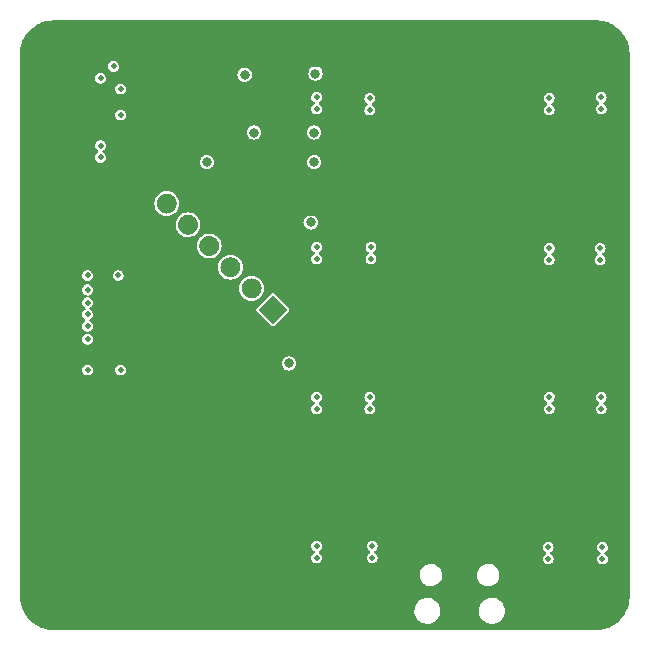
<source format=gbr>
G04 #@! TF.GenerationSoftware,KiCad,Pcbnew,(6.0.9)*
G04 #@! TF.CreationDate,2024-07-14T21:11:06-07:00*
G04 #@! TF.ProjectId,AccArray_PICO,41636341-7272-4617-995f-5049434f2e6b,rev?*
G04 #@! TF.SameCoordinates,Original*
G04 #@! TF.FileFunction,Copper,L3,Inr*
G04 #@! TF.FilePolarity,Positive*
%FSLAX46Y46*%
G04 Gerber Fmt 4.6, Leading zero omitted, Abs format (unit mm)*
G04 Created by KiCad (PCBNEW (6.0.9)) date 2024-07-14 21:11:06*
%MOMM*%
%LPD*%
G01*
G04 APERTURE LIST*
G04 #@! TA.AperFunction,ViaPad*
%ADD10C,0.503200*%
G04 #@! TD*
G04 #@! TA.AperFunction,ViaPad*
%ADD11C,0.800000*%
G04 #@! TD*
G04 APERTURE END LIST*
G04 #@! TO.N,GND*
G04 #@! TO.C,J2*
G04 #@! TA.AperFunction,ComponentPad*
G36*
G01*
X139212887Y-82110805D02*
X139212887Y-82110805D01*
G75*
G02*
X139212887Y-83312887I-601041J-601041D01*
G01*
X139212887Y-83312887D01*
G75*
G02*
X138010805Y-83312887I-601041J601041D01*
G01*
X138010805Y-83312887D01*
G75*
G02*
X138010805Y-82110805I601041J601041D01*
G01*
X138010805Y-82110805D01*
G75*
G02*
X139212887Y-82110805I601041J-601041D01*
G01*
G37*
G04 #@! TD.AperFunction*
G04 #@! TO.N,FPGA_SI*
G04 #@! TA.AperFunction,ComponentPad*
G36*
G01*
X141008938Y-83906856D02*
X141008938Y-83906856D01*
G75*
G02*
X141008938Y-85108938I-601041J-601041D01*
G01*
X141008938Y-85108938D01*
G75*
G02*
X139806856Y-85108938I-601041J601041D01*
G01*
X139806856Y-85108938D01*
G75*
G02*
X139806856Y-83906856I601041J601041D01*
G01*
X139806856Y-83906856D01*
G75*
G02*
X141008938Y-83906856I601041J-601041D01*
G01*
G37*
G04 #@! TD.AperFunction*
G04 #@! TO.N,FPGA_CS*
G04 #@! TA.AperFunction,ComponentPad*
G36*
G01*
X142804989Y-85702907D02*
X142804989Y-85702907D01*
G75*
G02*
X142804989Y-86904989I-601041J-601041D01*
G01*
X142804989Y-86904989D01*
G75*
G02*
X141602907Y-86904989I-601041J601041D01*
G01*
X141602907Y-86904989D01*
G75*
G02*
X141602907Y-85702907I601041J601041D01*
G01*
X141602907Y-85702907D01*
G75*
G02*
X142804989Y-85702907I601041J-601041D01*
G01*
G37*
G04 #@! TD.AperFunction*
G04 #@! TO.N,FPGA_SCK*
G04 #@! TA.AperFunction,ComponentPad*
G36*
G01*
X144601041Y-87498959D02*
X144601041Y-87498959D01*
G75*
G02*
X144601041Y-88701041I-601041J-601041D01*
G01*
X144601041Y-88701041D01*
G75*
G02*
X143398959Y-88701041I-601041J601041D01*
G01*
X143398959Y-88701041D01*
G75*
G02*
X143398959Y-87498959I601041J601041D01*
G01*
X143398959Y-87498959D01*
G75*
G02*
X144601041Y-87498959I601041J-601041D01*
G01*
G37*
G04 #@! TD.AperFunction*
G04 #@! TO.N,FPGA_SO*
G04 #@! TA.AperFunction,ComponentPad*
G36*
G01*
X146397092Y-89295010D02*
X146397092Y-89295010D01*
G75*
G02*
X146397092Y-90497092I-601041J-601041D01*
G01*
X146397092Y-90497092D01*
G75*
G02*
X145195010Y-90497092I-601041J601041D01*
G01*
X145195010Y-90497092D01*
G75*
G02*
X145195010Y-89295010I601041J601041D01*
G01*
X145195010Y-89295010D01*
G75*
G02*
X146397092Y-89295010I601041J-601041D01*
G01*
G37*
G04 #@! TD.AperFunction*
G04 #@! TA.AperFunction,ComponentPad*
G04 #@! TO.N,FSYNC*
G36*
X147592102Y-90490020D02*
G01*
X148794184Y-91692102D01*
X147592102Y-92894184D01*
X146390020Y-91692102D01*
X147592102Y-90490020D01*
G37*
G04 #@! TD.AperFunction*
G04 #@! TD*
D10*
G04 #@! TO.N,GND*
X134700000Y-73000000D03*
G04 #@! TO.N,+3V3*
X155900000Y-107700000D03*
X155900000Y-106700000D03*
X151300000Y-107700000D03*
X151300000Y-106700000D03*
X135300000Y-97800000D03*
X135300000Y-98600000D03*
X134400000Y-98600000D03*
X134400000Y-97800000D03*
G04 #@! TO.N,GND*
X175500000Y-112800000D03*
X175500000Y-111800000D03*
X170900000Y-112800000D03*
X170900000Y-111800000D03*
X171000000Y-100100000D03*
X171000000Y-99100000D03*
X175400000Y-100100000D03*
X175400000Y-99100000D03*
X171000000Y-87500000D03*
X171000000Y-86500000D03*
X175300000Y-87500000D03*
X175300000Y-86500000D03*
X171000000Y-74800000D03*
X171000000Y-73800000D03*
X175400000Y-74700000D03*
X175400000Y-73700000D03*
X155800000Y-74800000D03*
X155800000Y-73800000D03*
X151300000Y-74700000D03*
X151300000Y-73700000D03*
X151300000Y-87400000D03*
X151300000Y-86400000D03*
X155900000Y-87400000D03*
X155900000Y-86400000D03*
X155800000Y-100100000D03*
X155800000Y-99100000D03*
X151300000Y-100100000D03*
X151300000Y-99100000D03*
X151300000Y-112700000D03*
X151300000Y-111700000D03*
X156000000Y-112700000D03*
X156000000Y-111700000D03*
X134700000Y-96800000D03*
X131900000Y-96800000D03*
X131900000Y-94200000D03*
X131900000Y-93100000D03*
X131900000Y-92100000D03*
X131900000Y-91100000D03*
X131900000Y-90000000D03*
X131900000Y-88800000D03*
X134500000Y-88800000D03*
X133000000Y-78800000D03*
X133000000Y-77800000D03*
X134700000Y-75200000D03*
X133000000Y-72100000D03*
X134100000Y-71100000D03*
G04 #@! TO.N,+3V3*
X132900000Y-74000000D03*
X135650000Y-73050000D03*
D11*
G04 #@! TO.N,IMU_CS*
X148950000Y-96250000D03*
X150790000Y-84310000D03*
G04 #@! TO.N,FPGA_SI*
X151100000Y-79200000D03*
X142000000Y-79200000D03*
G04 #@! TO.N,FPGA_CS*
X151200000Y-71700000D03*
X145200000Y-71800000D03*
G04 #@! TO.N,FPGA_SCK*
X151100000Y-76700000D03*
X146000000Y-76700000D03*
G04 #@! TD*
G04 #@! TA.AperFunction,Conductor*
G04 #@! TO.N,+3V3*
G36*
X174980242Y-67202466D02*
G01*
X174985811Y-67202476D01*
X174999641Y-67205656D01*
X175013481Y-67202524D01*
X175027670Y-67202549D01*
X175027669Y-67203161D01*
X175035608Y-67202500D01*
X175185047Y-67210892D01*
X175306384Y-67217706D01*
X175320416Y-67219287D01*
X175615972Y-67269504D01*
X175629743Y-67272647D01*
X175917820Y-67355641D01*
X175931151Y-67360306D01*
X176208125Y-67475032D01*
X176220848Y-67481159D01*
X176332841Y-67543056D01*
X176483228Y-67626172D01*
X176495192Y-67633689D01*
X176739691Y-67807170D01*
X176750738Y-67815980D01*
X176974269Y-68015740D01*
X176984260Y-68025731D01*
X177184020Y-68249262D01*
X177192830Y-68260309D01*
X177366311Y-68504808D01*
X177373828Y-68516772D01*
X177518839Y-68779148D01*
X177524970Y-68791879D01*
X177639692Y-69068843D01*
X177644359Y-69082180D01*
X177727353Y-69370257D01*
X177730496Y-69384028D01*
X177778235Y-69664998D01*
X177780712Y-69679579D01*
X177782294Y-69693620D01*
X177797469Y-69963825D01*
X177796803Y-69971621D01*
X177797549Y-69971622D01*
X177797524Y-69985813D01*
X177794344Y-69999641D01*
X177797475Y-70013480D01*
X177797467Y-70018311D01*
X177799500Y-70036504D01*
X177799500Y-115962920D01*
X177797534Y-115980242D01*
X177797524Y-115985811D01*
X177794344Y-115999641D01*
X177797476Y-116013481D01*
X177797451Y-116027670D01*
X177796839Y-116027669D01*
X177797500Y-116035608D01*
X177791511Y-116142261D01*
X177784146Y-116273409D01*
X177782294Y-116306380D01*
X177780713Y-116320416D01*
X177741111Y-116553498D01*
X177730497Y-116615968D01*
X177727353Y-116629743D01*
X177644359Y-116917820D01*
X177639694Y-116931151D01*
X177592854Y-117044233D01*
X177524970Y-117208121D01*
X177518839Y-117220852D01*
X177373828Y-117483228D01*
X177366311Y-117495192D01*
X177192830Y-117739691D01*
X177184020Y-117750738D01*
X176984260Y-117974269D01*
X176974269Y-117984260D01*
X176750738Y-118184020D01*
X176739691Y-118192830D01*
X176495192Y-118366311D01*
X176483228Y-118373828D01*
X176468987Y-118381699D01*
X176220848Y-118518841D01*
X176208125Y-118524968D01*
X175931151Y-118639694D01*
X175917820Y-118644359D01*
X175629743Y-118727353D01*
X175615972Y-118730496D01*
X175320416Y-118780713D01*
X175306384Y-118782294D01*
X175036172Y-118797469D01*
X175028379Y-118796803D01*
X175028378Y-118797549D01*
X175014187Y-118797524D01*
X175000359Y-118794344D01*
X174986520Y-118797475D01*
X174981689Y-118797467D01*
X174963496Y-118799500D01*
X129037080Y-118799500D01*
X129019758Y-118797534D01*
X129014189Y-118797524D01*
X129000359Y-118794344D01*
X128986519Y-118797476D01*
X128972330Y-118797451D01*
X128972331Y-118796839D01*
X128964392Y-118797500D01*
X128814953Y-118789108D01*
X128693616Y-118782294D01*
X128679584Y-118780713D01*
X128384028Y-118730496D01*
X128370257Y-118727353D01*
X128082180Y-118644359D01*
X128068849Y-118639694D01*
X127791875Y-118524968D01*
X127779152Y-118518841D01*
X127531013Y-118381699D01*
X127516772Y-118373828D01*
X127504808Y-118366311D01*
X127260309Y-118192830D01*
X127249262Y-118184020D01*
X127025731Y-117984260D01*
X127015740Y-117974269D01*
X126815980Y-117750738D01*
X126807170Y-117739691D01*
X126633689Y-117495192D01*
X126626172Y-117483228D01*
X126481161Y-117220852D01*
X126475030Y-117208121D01*
X126449297Y-117145996D01*
X159570814Y-117145996D01*
X159580523Y-117355767D01*
X159581927Y-117361592D01*
X159581927Y-117361593D01*
X159606084Y-117461826D01*
X159629724Y-117559918D01*
X159632206Y-117565376D01*
X159632207Y-117565380D01*
X159675320Y-117660201D01*
X159716640Y-117751081D01*
X159838137Y-117922360D01*
X159989831Y-118067575D01*
X159994866Y-118070826D01*
X160161209Y-118178233D01*
X160161212Y-118178234D01*
X160166246Y-118181485D01*
X160171809Y-118183727D01*
X160355455Y-118257739D01*
X160355458Y-118257740D01*
X160361019Y-118259981D01*
X160366900Y-118261129D01*
X160366905Y-118261131D01*
X160562676Y-118299362D01*
X160562679Y-118299362D01*
X160567122Y-118300230D01*
X160572643Y-118300500D01*
X160727469Y-118300500D01*
X160884046Y-118285561D01*
X160889802Y-118283872D01*
X160889804Y-118283872D01*
X160978883Y-118257739D01*
X161085549Y-118226447D01*
X161244676Y-118144491D01*
X161266908Y-118133041D01*
X161266911Y-118133039D01*
X161272239Y-118130295D01*
X161347947Y-118070826D01*
X161432662Y-118004282D01*
X161432667Y-118004278D01*
X161437379Y-118000576D01*
X161441311Y-117996045D01*
X161571079Y-117846502D01*
X161571083Y-117846497D01*
X161575010Y-117841971D01*
X161680166Y-117660201D01*
X161717575Y-117552473D01*
X161747086Y-117467491D01*
X161747086Y-117467489D01*
X161749053Y-117461826D01*
X161764431Y-117355767D01*
X161778325Y-117259944D01*
X161778325Y-117259941D01*
X161779186Y-117254004D01*
X161774187Y-117145996D01*
X165020814Y-117145996D01*
X165030523Y-117355767D01*
X165031927Y-117361592D01*
X165031927Y-117361593D01*
X165056084Y-117461826D01*
X165079724Y-117559918D01*
X165082206Y-117565376D01*
X165082207Y-117565380D01*
X165125320Y-117660201D01*
X165166640Y-117751081D01*
X165288137Y-117922360D01*
X165439831Y-118067575D01*
X165444866Y-118070826D01*
X165611209Y-118178233D01*
X165611212Y-118178234D01*
X165616246Y-118181485D01*
X165621809Y-118183727D01*
X165805455Y-118257739D01*
X165805458Y-118257740D01*
X165811019Y-118259981D01*
X165816900Y-118261129D01*
X165816905Y-118261131D01*
X166012676Y-118299362D01*
X166012679Y-118299362D01*
X166017122Y-118300230D01*
X166022643Y-118300500D01*
X166177469Y-118300500D01*
X166334046Y-118285561D01*
X166339802Y-118283872D01*
X166339804Y-118283872D01*
X166428883Y-118257739D01*
X166535549Y-118226447D01*
X166694676Y-118144491D01*
X166716908Y-118133041D01*
X166716911Y-118133039D01*
X166722239Y-118130295D01*
X166797947Y-118070826D01*
X166882662Y-118004282D01*
X166882667Y-118004278D01*
X166887379Y-118000576D01*
X166891311Y-117996045D01*
X167021079Y-117846502D01*
X167021083Y-117846497D01*
X167025010Y-117841971D01*
X167130166Y-117660201D01*
X167167575Y-117552473D01*
X167197086Y-117467491D01*
X167197086Y-117467489D01*
X167199053Y-117461826D01*
X167214431Y-117355767D01*
X167228325Y-117259944D01*
X167228325Y-117259941D01*
X167229186Y-117254004D01*
X167219477Y-117044233D01*
X167170276Y-116840082D01*
X167127258Y-116745467D01*
X167114892Y-116718270D01*
X167083360Y-116648919D01*
X166961863Y-116477640D01*
X166810169Y-116332425D01*
X166713033Y-116269705D01*
X166638791Y-116221767D01*
X166638788Y-116221766D01*
X166633754Y-116218515D01*
X166628191Y-116216273D01*
X166444545Y-116142261D01*
X166444542Y-116142260D01*
X166438981Y-116140019D01*
X166433100Y-116138871D01*
X166433095Y-116138869D01*
X166237324Y-116100638D01*
X166237321Y-116100638D01*
X166232878Y-116099770D01*
X166227357Y-116099500D01*
X166072531Y-116099500D01*
X165915954Y-116114439D01*
X165910198Y-116116128D01*
X165910196Y-116116128D01*
X165832679Y-116138869D01*
X165714451Y-116173553D01*
X165631505Y-116216273D01*
X165533092Y-116266959D01*
X165533089Y-116266961D01*
X165527761Y-116269705D01*
X165523046Y-116273409D01*
X165367338Y-116395718D01*
X165367333Y-116395722D01*
X165362621Y-116399424D01*
X165358690Y-116403954D01*
X165358689Y-116403955D01*
X165228921Y-116553498D01*
X165228917Y-116553503D01*
X165224990Y-116558029D01*
X165119834Y-116739799D01*
X165117866Y-116745467D01*
X165053384Y-116931157D01*
X165050947Y-116938174D01*
X165050086Y-116944109D01*
X165050086Y-116944111D01*
X165034701Y-117050223D01*
X165020814Y-117145996D01*
X161774187Y-117145996D01*
X161769477Y-117044233D01*
X161720276Y-116840082D01*
X161677258Y-116745467D01*
X161664892Y-116718270D01*
X161633360Y-116648919D01*
X161511863Y-116477640D01*
X161360169Y-116332425D01*
X161263033Y-116269705D01*
X161188791Y-116221767D01*
X161188788Y-116221766D01*
X161183754Y-116218515D01*
X161178191Y-116216273D01*
X160994545Y-116142261D01*
X160994542Y-116142260D01*
X160988981Y-116140019D01*
X160983100Y-116138871D01*
X160983095Y-116138869D01*
X160787324Y-116100638D01*
X160787321Y-116100638D01*
X160782878Y-116099770D01*
X160777357Y-116099500D01*
X160622531Y-116099500D01*
X160465954Y-116114439D01*
X160460198Y-116116128D01*
X160460196Y-116116128D01*
X160382679Y-116138869D01*
X160264451Y-116173553D01*
X160181505Y-116216273D01*
X160083092Y-116266959D01*
X160083089Y-116266961D01*
X160077761Y-116269705D01*
X160073046Y-116273409D01*
X159917338Y-116395718D01*
X159917333Y-116395722D01*
X159912621Y-116399424D01*
X159908690Y-116403954D01*
X159908689Y-116403955D01*
X159778921Y-116553498D01*
X159778917Y-116553503D01*
X159774990Y-116558029D01*
X159669834Y-116739799D01*
X159667866Y-116745467D01*
X159603384Y-116931157D01*
X159600947Y-116938174D01*
X159600086Y-116944109D01*
X159600086Y-116944111D01*
X159584701Y-117050223D01*
X159570814Y-117145996D01*
X126449297Y-117145996D01*
X126407146Y-117044233D01*
X126360306Y-116931151D01*
X126355641Y-116917820D01*
X126272647Y-116629743D01*
X126269503Y-116615968D01*
X126258889Y-116553498D01*
X126219287Y-116320416D01*
X126217706Y-116306380D01*
X126215855Y-116273409D01*
X126210152Y-116171867D01*
X126202548Y-116036456D01*
X126204382Y-116014897D01*
X126203227Y-116014764D01*
X126204043Y-116007674D01*
X126205655Y-116000718D01*
X126205656Y-116000000D01*
X126203654Y-115991225D01*
X126200500Y-115963210D01*
X126200500Y-114216671D01*
X160020739Y-114216671D01*
X160049614Y-114407599D01*
X160051820Y-114413594D01*
X160051820Y-114413595D01*
X160114086Y-114582832D01*
X160114088Y-114582836D01*
X160116290Y-114588821D01*
X160218045Y-114752934D01*
X160350721Y-114893235D01*
X160355951Y-114896897D01*
X160355952Y-114896898D01*
X160438257Y-114954528D01*
X160508898Y-115003991D01*
X160686115Y-115080680D01*
X160692363Y-115081985D01*
X160692362Y-115081985D01*
X160870388Y-115119177D01*
X160870392Y-115119177D01*
X160875133Y-115120168D01*
X160881468Y-115120500D01*
X161023259Y-115120500D01*
X161093649Y-115113350D01*
X161160761Y-115106533D01*
X161160762Y-115106533D01*
X161167110Y-115105888D01*
X161351373Y-115048144D01*
X161520261Y-114954528D01*
X161666875Y-114828864D01*
X161670787Y-114823821D01*
X161781311Y-114681335D01*
X161781313Y-114681332D01*
X161785227Y-114676286D01*
X161870481Y-114503026D01*
X161872088Y-114496856D01*
X161872090Y-114496851D01*
X161917545Y-114322345D01*
X161917545Y-114322342D01*
X161919155Y-114316163D01*
X161924369Y-114216671D01*
X164870739Y-114216671D01*
X164899614Y-114407599D01*
X164901820Y-114413594D01*
X164901820Y-114413595D01*
X164964086Y-114582832D01*
X164964088Y-114582836D01*
X164966290Y-114588821D01*
X165068045Y-114752934D01*
X165200721Y-114893235D01*
X165205951Y-114896897D01*
X165205952Y-114896898D01*
X165288257Y-114954528D01*
X165358898Y-115003991D01*
X165536115Y-115080680D01*
X165542363Y-115081985D01*
X165542362Y-115081985D01*
X165720388Y-115119177D01*
X165720392Y-115119177D01*
X165725133Y-115120168D01*
X165731468Y-115120500D01*
X165873259Y-115120500D01*
X165943649Y-115113350D01*
X166010761Y-115106533D01*
X166010762Y-115106533D01*
X166017110Y-115105888D01*
X166201373Y-115048144D01*
X166370261Y-114954528D01*
X166516875Y-114828864D01*
X166520787Y-114823821D01*
X166631311Y-114681335D01*
X166631313Y-114681332D01*
X166635227Y-114676286D01*
X166720481Y-114503026D01*
X166722088Y-114496856D01*
X166722090Y-114496851D01*
X166767545Y-114322345D01*
X166767545Y-114322342D01*
X166769155Y-114316163D01*
X166779261Y-114123329D01*
X166750386Y-113932401D01*
X166713170Y-113831250D01*
X166685914Y-113757168D01*
X166685912Y-113757164D01*
X166683710Y-113751179D01*
X166581955Y-113587066D01*
X166449279Y-113446765D01*
X166367672Y-113389623D01*
X166296335Y-113339673D01*
X166296334Y-113339672D01*
X166291102Y-113336009D01*
X166113885Y-113259320D01*
X166060642Y-113248197D01*
X165929612Y-113220823D01*
X165929608Y-113220823D01*
X165924867Y-113219832D01*
X165918532Y-113219500D01*
X165776741Y-113219500D01*
X165756609Y-113221545D01*
X165639239Y-113233467D01*
X165639238Y-113233467D01*
X165632890Y-113234112D01*
X165448627Y-113291856D01*
X165279739Y-113385472D01*
X165133125Y-113511136D01*
X165129214Y-113516178D01*
X165129213Y-113516179D01*
X165070019Y-113592492D01*
X165014773Y-113663714D01*
X164929519Y-113836974D01*
X164927912Y-113843144D01*
X164927910Y-113843149D01*
X164882455Y-114017655D01*
X164880845Y-114023837D01*
X164870739Y-114216671D01*
X161924369Y-114216671D01*
X161929261Y-114123329D01*
X161900386Y-113932401D01*
X161863170Y-113831250D01*
X161835914Y-113757168D01*
X161835912Y-113757164D01*
X161833710Y-113751179D01*
X161731955Y-113587066D01*
X161599279Y-113446765D01*
X161517672Y-113389623D01*
X161446335Y-113339673D01*
X161446334Y-113339672D01*
X161441102Y-113336009D01*
X161263885Y-113259320D01*
X161210642Y-113248197D01*
X161079612Y-113220823D01*
X161079608Y-113220823D01*
X161074867Y-113219832D01*
X161068532Y-113219500D01*
X160926741Y-113219500D01*
X160906609Y-113221545D01*
X160789239Y-113233467D01*
X160789238Y-113233467D01*
X160782890Y-113234112D01*
X160598627Y-113291856D01*
X160429739Y-113385472D01*
X160283125Y-113511136D01*
X160279214Y-113516178D01*
X160279213Y-113516179D01*
X160220019Y-113592492D01*
X160164773Y-113663714D01*
X160079519Y-113836974D01*
X160077912Y-113843144D01*
X160077910Y-113843149D01*
X160032455Y-114017655D01*
X160030845Y-114023837D01*
X160020739Y-114216671D01*
X126200500Y-114216671D01*
X126200500Y-112694420D01*
X150843285Y-112694420D01*
X150844449Y-112703322D01*
X150844449Y-112703325D01*
X150846100Y-112715951D01*
X150860076Y-112822829D01*
X150912233Y-112941364D01*
X150995562Y-113040495D01*
X151103364Y-113112255D01*
X151111928Y-113114931D01*
X151111931Y-113114932D01*
X151171764Y-113133625D01*
X151226974Y-113150874D01*
X151356455Y-113153247D01*
X151428428Y-113133625D01*
X151472738Y-113121545D01*
X151472740Y-113121544D01*
X151481397Y-113119184D01*
X151591757Y-113051422D01*
X151678662Y-112955411D01*
X151682763Y-112946948D01*
X151731212Y-112846948D01*
X151731212Y-112846947D01*
X151735127Y-112838867D01*
X151756613Y-112711159D01*
X151756749Y-112700000D01*
X151755950Y-112694420D01*
X155543285Y-112694420D01*
X155544449Y-112703322D01*
X155544449Y-112703325D01*
X155546100Y-112715951D01*
X155560076Y-112822829D01*
X155612233Y-112941364D01*
X155695562Y-113040495D01*
X155803364Y-113112255D01*
X155811928Y-113114931D01*
X155811931Y-113114932D01*
X155871764Y-113133625D01*
X155926974Y-113150874D01*
X156056455Y-113153247D01*
X156128428Y-113133625D01*
X156172738Y-113121545D01*
X156172740Y-113121544D01*
X156181397Y-113119184D01*
X156291757Y-113051422D01*
X156378662Y-112955411D01*
X156382763Y-112946948D01*
X156431212Y-112846948D01*
X156431212Y-112846947D01*
X156435127Y-112838867D01*
X156442605Y-112794420D01*
X170443285Y-112794420D01*
X170444449Y-112803322D01*
X170444449Y-112803325D01*
X170449097Y-112838867D01*
X170460076Y-112922829D01*
X170512233Y-113041364D01*
X170595562Y-113140495D01*
X170703364Y-113212255D01*
X170711928Y-113214931D01*
X170711931Y-113214932D01*
X170771258Y-113233467D01*
X170826974Y-113250874D01*
X170956455Y-113253247D01*
X171009077Y-113238901D01*
X171072738Y-113221545D01*
X171072740Y-113221544D01*
X171081397Y-113219184D01*
X171191757Y-113151422D01*
X171207866Y-113133625D01*
X171272634Y-113062071D01*
X171272635Y-113062070D01*
X171278662Y-113055411D01*
X171289218Y-113033625D01*
X171331212Y-112946948D01*
X171331212Y-112946947D01*
X171335127Y-112938867D01*
X171356613Y-112811159D01*
X171356749Y-112800000D01*
X171355950Y-112794420D01*
X175043285Y-112794420D01*
X175044449Y-112803322D01*
X175044449Y-112803325D01*
X175049097Y-112838867D01*
X175060076Y-112922829D01*
X175112233Y-113041364D01*
X175195562Y-113140495D01*
X175303364Y-113212255D01*
X175311928Y-113214931D01*
X175311931Y-113214932D01*
X175371258Y-113233467D01*
X175426974Y-113250874D01*
X175556455Y-113253247D01*
X175609077Y-113238901D01*
X175672738Y-113221545D01*
X175672740Y-113221544D01*
X175681397Y-113219184D01*
X175791757Y-113151422D01*
X175807866Y-113133625D01*
X175872634Y-113062071D01*
X175872635Y-113062070D01*
X175878662Y-113055411D01*
X175889218Y-113033625D01*
X175931212Y-112946948D01*
X175931212Y-112946947D01*
X175935127Y-112938867D01*
X175956613Y-112811159D01*
X175956749Y-112800000D01*
X175938390Y-112671806D01*
X175916714Y-112624132D01*
X175888506Y-112562091D01*
X175888504Y-112562088D01*
X175884789Y-112553917D01*
X175867837Y-112534243D01*
X175806115Y-112462611D01*
X175806112Y-112462608D01*
X175800255Y-112455811D01*
X175722534Y-112405435D01*
X175676250Y-112351600D01*
X175666419Y-112281287D01*
X175696163Y-112216821D01*
X175725136Y-112192329D01*
X175784106Y-112156120D01*
X175784107Y-112156119D01*
X175791757Y-112151422D01*
X175807866Y-112133625D01*
X175872634Y-112062071D01*
X175872635Y-112062070D01*
X175878662Y-112055411D01*
X175889218Y-112033625D01*
X175931212Y-111946948D01*
X175931212Y-111946947D01*
X175935127Y-111938867D01*
X175956613Y-111811159D01*
X175956749Y-111800000D01*
X175938390Y-111671806D01*
X175916714Y-111624132D01*
X175888506Y-111562091D01*
X175888504Y-111562088D01*
X175884789Y-111553917D01*
X175867837Y-111534243D01*
X175806115Y-111462611D01*
X175806112Y-111462608D01*
X175800255Y-111455811D01*
X175691584Y-111385374D01*
X175675611Y-111380597D01*
X175576113Y-111350840D01*
X175576111Y-111350840D01*
X175567512Y-111348268D01*
X175558537Y-111348213D01*
X175558536Y-111348213D01*
X175502762Y-111347873D01*
X175438012Y-111347477D01*
X175429380Y-111349944D01*
X175322126Y-111380597D01*
X175322124Y-111380598D01*
X175313495Y-111383064D01*
X175305908Y-111387851D01*
X175305906Y-111387852D01*
X175219285Y-111442506D01*
X175203972Y-111452168D01*
X175118246Y-111549234D01*
X175063209Y-111666460D01*
X175061828Y-111675329D01*
X175058737Y-111695184D01*
X175043285Y-111794420D01*
X175044449Y-111803322D01*
X175044449Y-111803325D01*
X175049097Y-111838867D01*
X175060076Y-111922829D01*
X175112233Y-112041364D01*
X175195562Y-112140495D01*
X175278209Y-112195510D01*
X175323831Y-112249906D01*
X175332802Y-112320334D01*
X175302272Y-112384431D01*
X175275625Y-112406957D01*
X175211569Y-112447373D01*
X175211562Y-112447379D01*
X175203972Y-112452168D01*
X175118246Y-112549234D01*
X175063209Y-112666460D01*
X175061828Y-112675329D01*
X175058737Y-112695184D01*
X175043285Y-112794420D01*
X171355950Y-112794420D01*
X171338390Y-112671806D01*
X171316714Y-112624132D01*
X171288506Y-112562091D01*
X171288504Y-112562088D01*
X171284789Y-112553917D01*
X171267837Y-112534243D01*
X171206115Y-112462611D01*
X171206112Y-112462608D01*
X171200255Y-112455811D01*
X171122534Y-112405435D01*
X171076250Y-112351600D01*
X171066419Y-112281287D01*
X171096163Y-112216821D01*
X171125136Y-112192329D01*
X171184106Y-112156120D01*
X171184107Y-112156119D01*
X171191757Y-112151422D01*
X171207866Y-112133625D01*
X171272634Y-112062071D01*
X171272635Y-112062070D01*
X171278662Y-112055411D01*
X171289218Y-112033625D01*
X171331212Y-111946948D01*
X171331212Y-111946947D01*
X171335127Y-111938867D01*
X171356613Y-111811159D01*
X171356749Y-111800000D01*
X171338390Y-111671806D01*
X171316714Y-111624132D01*
X171288506Y-111562091D01*
X171288504Y-111562088D01*
X171284789Y-111553917D01*
X171267837Y-111534243D01*
X171206115Y-111462611D01*
X171206112Y-111462608D01*
X171200255Y-111455811D01*
X171091584Y-111385374D01*
X171075611Y-111380597D01*
X170976113Y-111350840D01*
X170976111Y-111350840D01*
X170967512Y-111348268D01*
X170958537Y-111348213D01*
X170958536Y-111348213D01*
X170902762Y-111347873D01*
X170838012Y-111347477D01*
X170829380Y-111349944D01*
X170722126Y-111380597D01*
X170722124Y-111380598D01*
X170713495Y-111383064D01*
X170705908Y-111387851D01*
X170705906Y-111387852D01*
X170619285Y-111442506D01*
X170603972Y-111452168D01*
X170518246Y-111549234D01*
X170463209Y-111666460D01*
X170461828Y-111675329D01*
X170458737Y-111695184D01*
X170443285Y-111794420D01*
X170444449Y-111803322D01*
X170444449Y-111803325D01*
X170449097Y-111838867D01*
X170460076Y-111922829D01*
X170512233Y-112041364D01*
X170595562Y-112140495D01*
X170678209Y-112195510D01*
X170723831Y-112249906D01*
X170732802Y-112320334D01*
X170702272Y-112384431D01*
X170675625Y-112406957D01*
X170611569Y-112447373D01*
X170611562Y-112447379D01*
X170603972Y-112452168D01*
X170518246Y-112549234D01*
X170463209Y-112666460D01*
X170461828Y-112675329D01*
X170458737Y-112695184D01*
X170443285Y-112794420D01*
X156442605Y-112794420D01*
X156456613Y-112711159D01*
X156456749Y-112700000D01*
X156438390Y-112571806D01*
X156384789Y-112453917D01*
X156367837Y-112434243D01*
X156306115Y-112362611D01*
X156306112Y-112362608D01*
X156300255Y-112355811D01*
X156222534Y-112305435D01*
X156176250Y-112251600D01*
X156166419Y-112181287D01*
X156196163Y-112116821D01*
X156225136Y-112092329D01*
X156284106Y-112056120D01*
X156284107Y-112056119D01*
X156291757Y-112051422D01*
X156378662Y-111955411D01*
X156382763Y-111946948D01*
X156431212Y-111846948D01*
X156431212Y-111846947D01*
X156435127Y-111838867D01*
X156456613Y-111711159D01*
X156456749Y-111700000D01*
X156438390Y-111571806D01*
X156384789Y-111453917D01*
X156329936Y-111390257D01*
X156306115Y-111362611D01*
X156306112Y-111362608D01*
X156300255Y-111355811D01*
X156191584Y-111285374D01*
X156175611Y-111280597D01*
X156076113Y-111250840D01*
X156076111Y-111250840D01*
X156067512Y-111248268D01*
X156058537Y-111248213D01*
X156058536Y-111248213D01*
X156002762Y-111247872D01*
X155938012Y-111247477D01*
X155929380Y-111249944D01*
X155822126Y-111280597D01*
X155822124Y-111280598D01*
X155813495Y-111283064D01*
X155805908Y-111287851D01*
X155805906Y-111287852D01*
X155711565Y-111347377D01*
X155703972Y-111352168D01*
X155698029Y-111358897D01*
X155698028Y-111358898D01*
X155674645Y-111385374D01*
X155618246Y-111449234D01*
X155614431Y-111457360D01*
X155571297Y-111549234D01*
X155563209Y-111566460D01*
X155561828Y-111575329D01*
X155546258Y-111675329D01*
X155543285Y-111694420D01*
X155544449Y-111703322D01*
X155544449Y-111703325D01*
X155546100Y-111715951D01*
X155560076Y-111822829D01*
X155612233Y-111941364D01*
X155695562Y-112040495D01*
X155778209Y-112095510D01*
X155823831Y-112149906D01*
X155832802Y-112220334D01*
X155802272Y-112284431D01*
X155775625Y-112306957D01*
X155711569Y-112347373D01*
X155711562Y-112347379D01*
X155703972Y-112352168D01*
X155698029Y-112358897D01*
X155698028Y-112358898D01*
X155675478Y-112384431D01*
X155618246Y-112449234D01*
X155614431Y-112457360D01*
X155571297Y-112549234D01*
X155563209Y-112566460D01*
X155561828Y-112575329D01*
X155546258Y-112675329D01*
X155543285Y-112694420D01*
X151755950Y-112694420D01*
X151738390Y-112571806D01*
X151684789Y-112453917D01*
X151667837Y-112434243D01*
X151606115Y-112362611D01*
X151606112Y-112362608D01*
X151600255Y-112355811D01*
X151522534Y-112305435D01*
X151476250Y-112251600D01*
X151466419Y-112181287D01*
X151496163Y-112116821D01*
X151525136Y-112092329D01*
X151584106Y-112056120D01*
X151584107Y-112056119D01*
X151591757Y-112051422D01*
X151678662Y-111955411D01*
X151682763Y-111946948D01*
X151731212Y-111846948D01*
X151731212Y-111846947D01*
X151735127Y-111838867D01*
X151756613Y-111711159D01*
X151756749Y-111700000D01*
X151738390Y-111571806D01*
X151684789Y-111453917D01*
X151629936Y-111390257D01*
X151606115Y-111362611D01*
X151606112Y-111362608D01*
X151600255Y-111355811D01*
X151491584Y-111285374D01*
X151475611Y-111280597D01*
X151376113Y-111250840D01*
X151376111Y-111250840D01*
X151367512Y-111248268D01*
X151358537Y-111248213D01*
X151358536Y-111248213D01*
X151302762Y-111247872D01*
X151238012Y-111247477D01*
X151229380Y-111249944D01*
X151122126Y-111280597D01*
X151122124Y-111280598D01*
X151113495Y-111283064D01*
X151105908Y-111287851D01*
X151105906Y-111287852D01*
X151011565Y-111347377D01*
X151003972Y-111352168D01*
X150998029Y-111358897D01*
X150998028Y-111358898D01*
X150974645Y-111385374D01*
X150918246Y-111449234D01*
X150914431Y-111457360D01*
X150871297Y-111549234D01*
X150863209Y-111566460D01*
X150861828Y-111575329D01*
X150846258Y-111675329D01*
X150843285Y-111694420D01*
X150844449Y-111703322D01*
X150844449Y-111703325D01*
X150846100Y-111715951D01*
X150860076Y-111822829D01*
X150912233Y-111941364D01*
X150995562Y-112040495D01*
X151078209Y-112095510D01*
X151123831Y-112149906D01*
X151132802Y-112220334D01*
X151102272Y-112284431D01*
X151075625Y-112306957D01*
X151011569Y-112347373D01*
X151011562Y-112347379D01*
X151003972Y-112352168D01*
X150998029Y-112358897D01*
X150998028Y-112358898D01*
X150975478Y-112384431D01*
X150918246Y-112449234D01*
X150914431Y-112457360D01*
X150871297Y-112549234D01*
X150863209Y-112566460D01*
X150861828Y-112575329D01*
X150846258Y-112675329D01*
X150843285Y-112694420D01*
X126200500Y-112694420D01*
X126200500Y-100094420D01*
X150843285Y-100094420D01*
X150844449Y-100103322D01*
X150844449Y-100103325D01*
X150846100Y-100115951D01*
X150860076Y-100222829D01*
X150912233Y-100341364D01*
X150995562Y-100440495D01*
X151103364Y-100512255D01*
X151111928Y-100514931D01*
X151111931Y-100514932D01*
X151193974Y-100540564D01*
X151226974Y-100550874D01*
X151356455Y-100553247D01*
X151409077Y-100538901D01*
X151472738Y-100521545D01*
X151472740Y-100521544D01*
X151481397Y-100519184D01*
X151591757Y-100451422D01*
X151678662Y-100355411D01*
X151689450Y-100333146D01*
X151731212Y-100246948D01*
X151731212Y-100246947D01*
X151735127Y-100238867D01*
X151756613Y-100111159D01*
X151756749Y-100100000D01*
X151755950Y-100094420D01*
X155343285Y-100094420D01*
X155344449Y-100103322D01*
X155344449Y-100103325D01*
X155346100Y-100115951D01*
X155360076Y-100222829D01*
X155412233Y-100341364D01*
X155495562Y-100440495D01*
X155603364Y-100512255D01*
X155611928Y-100514931D01*
X155611931Y-100514932D01*
X155693974Y-100540564D01*
X155726974Y-100550874D01*
X155856455Y-100553247D01*
X155909077Y-100538901D01*
X155972738Y-100521545D01*
X155972740Y-100521544D01*
X155981397Y-100519184D01*
X156091757Y-100451422D01*
X156178662Y-100355411D01*
X156189450Y-100333146D01*
X156231212Y-100246948D01*
X156231212Y-100246947D01*
X156235127Y-100238867D01*
X156256613Y-100111159D01*
X156256749Y-100100000D01*
X156255950Y-100094420D01*
X170543285Y-100094420D01*
X170544449Y-100103322D01*
X170544449Y-100103325D01*
X170546100Y-100115951D01*
X170560076Y-100222829D01*
X170612233Y-100341364D01*
X170695562Y-100440495D01*
X170803364Y-100512255D01*
X170811928Y-100514931D01*
X170811931Y-100514932D01*
X170893974Y-100540564D01*
X170926974Y-100550874D01*
X171056455Y-100553247D01*
X171109077Y-100538901D01*
X171172738Y-100521545D01*
X171172740Y-100521544D01*
X171181397Y-100519184D01*
X171291757Y-100451422D01*
X171378662Y-100355411D01*
X171389450Y-100333146D01*
X171431212Y-100246948D01*
X171431212Y-100246947D01*
X171435127Y-100238867D01*
X171456613Y-100111159D01*
X171456749Y-100100000D01*
X171455950Y-100094420D01*
X174943285Y-100094420D01*
X174944449Y-100103322D01*
X174944449Y-100103325D01*
X174946100Y-100115951D01*
X174960076Y-100222829D01*
X175012233Y-100341364D01*
X175095562Y-100440495D01*
X175203364Y-100512255D01*
X175211928Y-100514931D01*
X175211931Y-100514932D01*
X175293974Y-100540564D01*
X175326974Y-100550874D01*
X175456455Y-100553247D01*
X175509077Y-100538901D01*
X175572738Y-100521545D01*
X175572740Y-100521544D01*
X175581397Y-100519184D01*
X175691757Y-100451422D01*
X175778662Y-100355411D01*
X175789450Y-100333146D01*
X175831212Y-100246948D01*
X175831212Y-100246947D01*
X175835127Y-100238867D01*
X175856613Y-100111159D01*
X175856749Y-100100000D01*
X175838390Y-99971806D01*
X175784789Y-99853917D01*
X175767837Y-99834243D01*
X175706115Y-99762611D01*
X175706112Y-99762608D01*
X175700255Y-99755811D01*
X175622534Y-99705435D01*
X175576250Y-99651600D01*
X175566419Y-99581287D01*
X175596163Y-99516821D01*
X175625136Y-99492329D01*
X175684106Y-99456120D01*
X175684107Y-99456119D01*
X175691757Y-99451422D01*
X175778662Y-99355411D01*
X175789450Y-99333146D01*
X175831212Y-99246948D01*
X175831212Y-99246947D01*
X175835127Y-99238867D01*
X175856613Y-99111159D01*
X175856749Y-99100000D01*
X175838390Y-98971806D01*
X175784789Y-98853917D01*
X175767837Y-98834243D01*
X175706115Y-98762611D01*
X175706112Y-98762608D01*
X175700255Y-98755811D01*
X175591584Y-98685374D01*
X175575611Y-98680597D01*
X175476113Y-98650840D01*
X175476111Y-98650840D01*
X175467512Y-98648268D01*
X175458537Y-98648213D01*
X175458536Y-98648213D01*
X175402762Y-98647873D01*
X175338012Y-98647477D01*
X175329380Y-98649944D01*
X175222126Y-98680597D01*
X175222124Y-98680598D01*
X175213495Y-98683064D01*
X175205908Y-98687851D01*
X175205906Y-98687852D01*
X175111565Y-98747377D01*
X175103972Y-98752168D01*
X175018246Y-98849234D01*
X174963209Y-98966460D01*
X174943285Y-99094420D01*
X174944449Y-99103322D01*
X174944449Y-99103325D01*
X174946100Y-99115951D01*
X174960076Y-99222829D01*
X175012233Y-99341364D01*
X175095562Y-99440495D01*
X175178209Y-99495510D01*
X175223831Y-99549906D01*
X175232802Y-99620334D01*
X175202272Y-99684431D01*
X175175625Y-99706957D01*
X175111569Y-99747373D01*
X175111562Y-99747379D01*
X175103972Y-99752168D01*
X175018246Y-99849234D01*
X174963209Y-99966460D01*
X174943285Y-100094420D01*
X171455950Y-100094420D01*
X171438390Y-99971806D01*
X171384789Y-99853917D01*
X171367837Y-99834243D01*
X171306115Y-99762611D01*
X171306112Y-99762608D01*
X171300255Y-99755811D01*
X171222534Y-99705435D01*
X171176250Y-99651600D01*
X171166419Y-99581287D01*
X171196163Y-99516821D01*
X171225136Y-99492329D01*
X171284106Y-99456120D01*
X171284107Y-99456119D01*
X171291757Y-99451422D01*
X171378662Y-99355411D01*
X171389450Y-99333146D01*
X171431212Y-99246948D01*
X171431212Y-99246947D01*
X171435127Y-99238867D01*
X171456613Y-99111159D01*
X171456749Y-99100000D01*
X171438390Y-98971806D01*
X171384789Y-98853917D01*
X171367837Y-98834243D01*
X171306115Y-98762611D01*
X171306112Y-98762608D01*
X171300255Y-98755811D01*
X171191584Y-98685374D01*
X171175611Y-98680597D01*
X171076113Y-98650840D01*
X171076111Y-98650840D01*
X171067512Y-98648268D01*
X171058537Y-98648213D01*
X171058536Y-98648213D01*
X171002762Y-98647873D01*
X170938012Y-98647477D01*
X170929380Y-98649944D01*
X170822126Y-98680597D01*
X170822124Y-98680598D01*
X170813495Y-98683064D01*
X170805908Y-98687851D01*
X170805906Y-98687852D01*
X170711565Y-98747377D01*
X170703972Y-98752168D01*
X170618246Y-98849234D01*
X170563209Y-98966460D01*
X170543285Y-99094420D01*
X170544449Y-99103322D01*
X170544449Y-99103325D01*
X170546100Y-99115951D01*
X170560076Y-99222829D01*
X170612233Y-99341364D01*
X170695562Y-99440495D01*
X170778209Y-99495510D01*
X170823831Y-99549906D01*
X170832802Y-99620334D01*
X170802272Y-99684431D01*
X170775625Y-99706957D01*
X170711569Y-99747373D01*
X170711562Y-99747379D01*
X170703972Y-99752168D01*
X170618246Y-99849234D01*
X170563209Y-99966460D01*
X170543285Y-100094420D01*
X156255950Y-100094420D01*
X156238390Y-99971806D01*
X156184789Y-99853917D01*
X156167837Y-99834243D01*
X156106115Y-99762611D01*
X156106112Y-99762608D01*
X156100255Y-99755811D01*
X156022534Y-99705435D01*
X155976250Y-99651600D01*
X155966419Y-99581287D01*
X155996163Y-99516821D01*
X156025136Y-99492329D01*
X156084106Y-99456120D01*
X156084107Y-99456119D01*
X156091757Y-99451422D01*
X156178662Y-99355411D01*
X156189450Y-99333146D01*
X156231212Y-99246948D01*
X156231212Y-99246947D01*
X156235127Y-99238867D01*
X156256613Y-99111159D01*
X156256749Y-99100000D01*
X156238390Y-98971806D01*
X156184789Y-98853917D01*
X156167837Y-98834243D01*
X156106115Y-98762611D01*
X156106112Y-98762608D01*
X156100255Y-98755811D01*
X155991584Y-98685374D01*
X155975611Y-98680597D01*
X155876113Y-98650840D01*
X155876111Y-98650840D01*
X155867512Y-98648268D01*
X155858537Y-98648213D01*
X155858536Y-98648213D01*
X155802762Y-98647873D01*
X155738012Y-98647477D01*
X155729380Y-98649944D01*
X155622126Y-98680597D01*
X155622124Y-98680598D01*
X155613495Y-98683064D01*
X155605908Y-98687851D01*
X155605906Y-98687852D01*
X155511565Y-98747377D01*
X155503972Y-98752168D01*
X155418246Y-98849234D01*
X155363209Y-98966460D01*
X155343285Y-99094420D01*
X155344449Y-99103322D01*
X155344449Y-99103325D01*
X155346100Y-99115951D01*
X155360076Y-99222829D01*
X155412233Y-99341364D01*
X155495562Y-99440495D01*
X155578209Y-99495510D01*
X155623831Y-99549906D01*
X155632802Y-99620334D01*
X155602272Y-99684431D01*
X155575625Y-99706957D01*
X155511569Y-99747373D01*
X155511562Y-99747379D01*
X155503972Y-99752168D01*
X155418246Y-99849234D01*
X155363209Y-99966460D01*
X155343285Y-100094420D01*
X151755950Y-100094420D01*
X151738390Y-99971806D01*
X151684789Y-99853917D01*
X151667837Y-99834243D01*
X151606115Y-99762611D01*
X151606112Y-99762608D01*
X151600255Y-99755811D01*
X151522534Y-99705435D01*
X151476250Y-99651600D01*
X151466419Y-99581287D01*
X151496163Y-99516821D01*
X151525136Y-99492329D01*
X151584106Y-99456120D01*
X151584107Y-99456119D01*
X151591757Y-99451422D01*
X151678662Y-99355411D01*
X151689450Y-99333146D01*
X151731212Y-99246948D01*
X151731212Y-99246947D01*
X151735127Y-99238867D01*
X151756613Y-99111159D01*
X151756749Y-99100000D01*
X151738390Y-98971806D01*
X151684789Y-98853917D01*
X151667837Y-98834243D01*
X151606115Y-98762611D01*
X151606112Y-98762608D01*
X151600255Y-98755811D01*
X151491584Y-98685374D01*
X151475611Y-98680597D01*
X151376113Y-98650840D01*
X151376111Y-98650840D01*
X151367512Y-98648268D01*
X151358537Y-98648213D01*
X151358536Y-98648213D01*
X151302762Y-98647873D01*
X151238012Y-98647477D01*
X151229380Y-98649944D01*
X151122126Y-98680597D01*
X151122124Y-98680598D01*
X151113495Y-98683064D01*
X151105908Y-98687851D01*
X151105906Y-98687852D01*
X151011565Y-98747377D01*
X151003972Y-98752168D01*
X150918246Y-98849234D01*
X150863209Y-98966460D01*
X150843285Y-99094420D01*
X150844449Y-99103322D01*
X150844449Y-99103325D01*
X150846100Y-99115951D01*
X150860076Y-99222829D01*
X150912233Y-99341364D01*
X150995562Y-99440495D01*
X151078209Y-99495510D01*
X151123831Y-99549906D01*
X151132802Y-99620334D01*
X151102272Y-99684431D01*
X151075625Y-99706957D01*
X151011569Y-99747373D01*
X151011562Y-99747379D01*
X151003972Y-99752168D01*
X150918246Y-99849234D01*
X150863209Y-99966460D01*
X150843285Y-100094420D01*
X126200500Y-100094420D01*
X126200500Y-96794420D01*
X131443285Y-96794420D01*
X131444449Y-96803322D01*
X131444449Y-96803325D01*
X131446100Y-96815951D01*
X131460076Y-96922829D01*
X131512233Y-97041364D01*
X131595562Y-97140495D01*
X131703364Y-97212255D01*
X131711928Y-97214931D01*
X131711931Y-97214932D01*
X131793974Y-97240564D01*
X131826974Y-97250874D01*
X131956455Y-97253247D01*
X132009077Y-97238901D01*
X132072738Y-97221545D01*
X132072740Y-97221544D01*
X132081397Y-97219184D01*
X132191757Y-97151422D01*
X132278662Y-97055411D01*
X132289450Y-97033146D01*
X132331212Y-96946948D01*
X132331212Y-96946947D01*
X132335127Y-96938867D01*
X132356613Y-96811159D01*
X132356749Y-96800000D01*
X132355950Y-96794420D01*
X134243285Y-96794420D01*
X134244449Y-96803322D01*
X134244449Y-96803325D01*
X134246100Y-96815951D01*
X134260076Y-96922829D01*
X134312233Y-97041364D01*
X134395562Y-97140495D01*
X134503364Y-97212255D01*
X134511928Y-97214931D01*
X134511931Y-97214932D01*
X134593974Y-97240564D01*
X134626974Y-97250874D01*
X134756455Y-97253247D01*
X134809077Y-97238901D01*
X134872738Y-97221545D01*
X134872740Y-97221544D01*
X134881397Y-97219184D01*
X134991757Y-97151422D01*
X135078662Y-97055411D01*
X135089450Y-97033146D01*
X135131212Y-96946948D01*
X135131212Y-96946947D01*
X135135127Y-96938867D01*
X135156613Y-96811159D01*
X135156749Y-96800000D01*
X135138390Y-96671806D01*
X135084789Y-96553917D01*
X135067837Y-96534243D01*
X135006115Y-96462611D01*
X135006112Y-96462608D01*
X135000255Y-96455811D01*
X134891584Y-96385374D01*
X134875611Y-96380597D01*
X134776113Y-96350840D01*
X134776111Y-96350840D01*
X134767512Y-96348268D01*
X134758537Y-96348213D01*
X134758536Y-96348213D01*
X134702762Y-96347873D01*
X134638012Y-96347477D01*
X134629380Y-96349944D01*
X134522126Y-96380597D01*
X134522124Y-96380598D01*
X134513495Y-96383064D01*
X134505908Y-96387851D01*
X134505906Y-96387852D01*
X134411565Y-96447377D01*
X134403972Y-96452168D01*
X134318246Y-96549234D01*
X134263209Y-96666460D01*
X134261828Y-96675329D01*
X134247164Y-96769509D01*
X134243285Y-96794420D01*
X132355950Y-96794420D01*
X132338390Y-96671806D01*
X132284789Y-96553917D01*
X132267837Y-96534243D01*
X132206115Y-96462611D01*
X132206112Y-96462608D01*
X132200255Y-96455811D01*
X132091584Y-96385374D01*
X132075611Y-96380597D01*
X131976113Y-96350840D01*
X131976111Y-96350840D01*
X131967512Y-96348268D01*
X131958537Y-96348213D01*
X131958536Y-96348213D01*
X131902762Y-96347873D01*
X131838012Y-96347477D01*
X131829380Y-96349944D01*
X131722126Y-96380597D01*
X131722124Y-96380598D01*
X131713495Y-96383064D01*
X131705908Y-96387851D01*
X131705906Y-96387852D01*
X131611565Y-96447377D01*
X131603972Y-96452168D01*
X131518246Y-96549234D01*
X131463209Y-96666460D01*
X131461828Y-96675329D01*
X131447164Y-96769509D01*
X131443285Y-96794420D01*
X126200500Y-96794420D01*
X126200500Y-96250000D01*
X148344318Y-96250000D01*
X148364956Y-96406762D01*
X148425464Y-96552841D01*
X148521718Y-96678282D01*
X148647159Y-96774536D01*
X148793238Y-96835044D01*
X148950000Y-96855682D01*
X148958188Y-96854604D01*
X149098574Y-96836122D01*
X149106762Y-96835044D01*
X149252841Y-96774536D01*
X149378282Y-96678282D01*
X149474536Y-96552841D01*
X149535044Y-96406762D01*
X149555682Y-96250000D01*
X149535044Y-96093238D01*
X149474536Y-95947159D01*
X149378282Y-95821718D01*
X149252841Y-95725464D01*
X149106762Y-95664956D01*
X148950000Y-95644318D01*
X148793238Y-95664956D01*
X148647159Y-95725464D01*
X148521718Y-95821718D01*
X148425464Y-95947159D01*
X148364956Y-96093238D01*
X148344318Y-96250000D01*
X126200500Y-96250000D01*
X126200500Y-94194420D01*
X131443285Y-94194420D01*
X131444449Y-94203322D01*
X131444449Y-94203325D01*
X131446100Y-94215951D01*
X131460076Y-94322829D01*
X131512233Y-94441364D01*
X131595562Y-94540495D01*
X131703364Y-94612255D01*
X131711928Y-94614931D01*
X131711931Y-94614932D01*
X131793974Y-94640564D01*
X131826974Y-94650874D01*
X131956455Y-94653247D01*
X132009077Y-94638901D01*
X132072738Y-94621545D01*
X132072740Y-94621544D01*
X132081397Y-94619184D01*
X132191757Y-94551422D01*
X132278662Y-94455411D01*
X132289450Y-94433146D01*
X132331212Y-94346948D01*
X132331212Y-94346947D01*
X132335127Y-94338867D01*
X132356613Y-94211159D01*
X132356749Y-94200000D01*
X132338390Y-94071806D01*
X132284789Y-93953917D01*
X132267837Y-93934243D01*
X132206115Y-93862611D01*
X132206112Y-93862608D01*
X132200255Y-93855811D01*
X132091584Y-93785374D01*
X132082985Y-93782802D01*
X132082982Y-93782801D01*
X132043492Y-93770991D01*
X131983958Y-93732309D01*
X131954788Y-93667582D01*
X131965244Y-93597359D01*
X132012004Y-93543937D01*
X132046452Y-93528711D01*
X132072738Y-93521545D01*
X132072740Y-93521544D01*
X132081397Y-93519184D01*
X132191757Y-93451422D01*
X132278662Y-93355411D01*
X132289450Y-93333146D01*
X132331212Y-93246948D01*
X132331212Y-93246947D01*
X132335127Y-93238867D01*
X132356613Y-93111159D01*
X132356749Y-93100000D01*
X132338390Y-92971806D01*
X132284789Y-92853917D01*
X132267837Y-92834243D01*
X132206115Y-92762611D01*
X132206112Y-92762608D01*
X132200255Y-92755811D01*
X132122534Y-92705435D01*
X132076250Y-92651600D01*
X132066419Y-92581287D01*
X132096163Y-92516821D01*
X132125136Y-92492329D01*
X132184106Y-92456120D01*
X132184107Y-92456119D01*
X132191757Y-92451422D01*
X132278662Y-92355411D01*
X132289450Y-92333146D01*
X132331212Y-92246948D01*
X132331212Y-92246947D01*
X132335127Y-92238867D01*
X132356613Y-92111159D01*
X132356749Y-92100000D01*
X132338390Y-91971806D01*
X132284789Y-91853917D01*
X132251054Y-91814766D01*
X132206115Y-91762611D01*
X132206112Y-91762608D01*
X132200255Y-91755811D01*
X132122534Y-91705435D01*
X132111071Y-91692102D01*
X146185593Y-91692102D01*
X146201154Y-91770333D01*
X146234282Y-91819913D01*
X147464291Y-93049922D01*
X147513871Y-93083050D01*
X147526040Y-93085471D01*
X147526041Y-93085471D01*
X147579931Y-93096190D01*
X147592102Y-93098611D01*
X147604273Y-93096190D01*
X147658163Y-93085471D01*
X147658164Y-93085471D01*
X147670333Y-93083050D01*
X147719913Y-93049922D01*
X148949922Y-91819913D01*
X148983050Y-91770333D01*
X148998611Y-91692102D01*
X148983050Y-91613871D01*
X148949922Y-91564291D01*
X147719913Y-90334282D01*
X147670333Y-90301154D01*
X147658164Y-90298733D01*
X147658163Y-90298733D01*
X147604273Y-90288014D01*
X147592102Y-90285593D01*
X147579931Y-90288014D01*
X147526041Y-90298733D01*
X147526040Y-90298733D01*
X147513871Y-90301154D01*
X147464291Y-90334282D01*
X146234282Y-91564291D01*
X146201154Y-91613871D01*
X146185593Y-91692102D01*
X132111071Y-91692102D01*
X132076250Y-91651600D01*
X132066419Y-91581287D01*
X132096163Y-91516821D01*
X132125136Y-91492329D01*
X132184106Y-91456120D01*
X132184107Y-91456119D01*
X132191757Y-91451422D01*
X132278662Y-91355411D01*
X132289450Y-91333146D01*
X132331212Y-91246948D01*
X132331212Y-91246947D01*
X132335127Y-91238867D01*
X132356613Y-91111159D01*
X132356749Y-91100000D01*
X132338390Y-90971806D01*
X132297490Y-90881851D01*
X132288506Y-90862091D01*
X132288504Y-90862088D01*
X132284789Y-90853917D01*
X132224131Y-90783520D01*
X132206115Y-90762611D01*
X132206112Y-90762608D01*
X132200255Y-90755811D01*
X132091584Y-90685374D01*
X132082985Y-90682802D01*
X132082982Y-90682801D01*
X132043492Y-90670991D01*
X131983958Y-90632309D01*
X131954788Y-90567582D01*
X131965244Y-90497359D01*
X132012004Y-90443937D01*
X132046452Y-90428711D01*
X132072738Y-90421545D01*
X132072740Y-90421544D01*
X132081397Y-90419184D01*
X132191757Y-90351422D01*
X132203310Y-90338659D01*
X132272634Y-90262071D01*
X132272635Y-90262070D01*
X132278662Y-90255411D01*
X132289450Y-90233146D01*
X132331212Y-90146948D01*
X132331212Y-90146947D01*
X132335127Y-90138867D01*
X132356613Y-90011159D01*
X132356749Y-90000000D01*
X132341360Y-89892545D01*
X132339752Y-89881313D01*
X144740571Y-89881313D01*
X144741087Y-89887457D01*
X144751475Y-90011159D01*
X144757810Y-90086604D01*
X144759509Y-90092529D01*
X144806215Y-90255411D01*
X144814595Y-90284637D01*
X144817410Y-90290114D01*
X144817411Y-90290117D01*
X144900029Y-90450874D01*
X144908763Y-90467869D01*
X145036728Y-90629321D01*
X145041421Y-90633315D01*
X145041422Y-90633316D01*
X145185354Y-90755811D01*
X145193615Y-90762842D01*
X145373449Y-90863348D01*
X145468289Y-90894164D01*
X145563522Y-90925107D01*
X145563526Y-90925108D01*
X145569380Y-90927010D01*
X145773945Y-90951402D01*
X145780080Y-90950930D01*
X145780082Y-90950930D01*
X145836090Y-90946620D01*
X145979351Y-90935597D01*
X145985281Y-90933941D01*
X145985283Y-90933941D01*
X146171848Y-90881851D01*
X146171847Y-90881851D01*
X146177776Y-90880196D01*
X146183265Y-90877423D01*
X146183271Y-90877421D01*
X146356167Y-90790084D01*
X146361661Y-90787309D01*
X146524002Y-90660475D01*
X146535222Y-90647477D01*
X146654591Y-90509185D01*
X146654591Y-90509184D01*
X146658615Y-90504523D01*
X146679438Y-90467869D01*
X146709762Y-90414488D01*
X146760374Y-90325395D01*
X146825402Y-90129914D01*
X146851222Y-89925525D01*
X146851634Y-89896051D01*
X146831531Y-89691021D01*
X146771986Y-89493800D01*
X146675269Y-89311900D01*
X146596184Y-89214932D01*
X146548957Y-89157026D01*
X146548954Y-89157023D01*
X146545062Y-89152251D01*
X146536864Y-89145469D01*
X146391076Y-89024862D01*
X146391072Y-89024860D01*
X146386326Y-89020933D01*
X146205106Y-88922948D01*
X146008305Y-88862028D01*
X146002180Y-88861384D01*
X146002179Y-88861384D01*
X145809549Y-88841138D01*
X145809547Y-88841138D01*
X145803420Y-88840494D01*
X145716580Y-88848397D01*
X145604393Y-88858606D01*
X145604390Y-88858607D01*
X145598254Y-88859165D01*
X145400623Y-88917331D01*
X145218053Y-89012777D01*
X145213252Y-89016637D01*
X145213249Y-89016639D01*
X145070157Y-89131688D01*
X145057498Y-89141866D01*
X144925075Y-89299681D01*
X144922107Y-89305079D01*
X144922104Y-89305084D01*
X144915366Y-89317341D01*
X144825827Y-89480213D01*
X144763535Y-89676583D01*
X144762849Y-89682700D01*
X144762848Y-89682704D01*
X144754474Y-89757360D01*
X144740571Y-89881313D01*
X132339752Y-89881313D01*
X132339663Y-89880693D01*
X132339662Y-89880691D01*
X132338390Y-89871806D01*
X132284789Y-89753917D01*
X132223428Y-89682704D01*
X132206115Y-89662611D01*
X132206112Y-89662608D01*
X132200255Y-89655811D01*
X132091584Y-89585374D01*
X132075611Y-89580597D01*
X131976113Y-89550840D01*
X131976111Y-89550840D01*
X131967512Y-89548268D01*
X131958537Y-89548213D01*
X131958536Y-89548213D01*
X131902762Y-89547873D01*
X131838012Y-89547477D01*
X131829380Y-89549944D01*
X131722126Y-89580597D01*
X131722124Y-89580598D01*
X131713495Y-89583064D01*
X131705908Y-89587851D01*
X131705906Y-89587852D01*
X131611565Y-89647377D01*
X131603972Y-89652168D01*
X131598029Y-89658897D01*
X131598028Y-89658898D01*
X131528863Y-89737213D01*
X131518246Y-89749234D01*
X131463209Y-89866460D01*
X131461828Y-89875329D01*
X131453467Y-89929029D01*
X131443285Y-89994420D01*
X131444449Y-90003322D01*
X131444449Y-90003325D01*
X131446100Y-90015951D01*
X131460076Y-90122829D01*
X131512233Y-90241364D01*
X131548608Y-90284637D01*
X131587449Y-90330843D01*
X131595562Y-90340495D01*
X131703364Y-90412255D01*
X131711928Y-90414931D01*
X131711933Y-90414933D01*
X131758746Y-90429558D01*
X131817803Y-90468964D01*
X131846180Y-90534043D01*
X131834868Y-90604133D01*
X131787458Y-90656980D01*
X131755797Y-90670974D01*
X131713495Y-90683064D01*
X131705908Y-90687851D01*
X131705906Y-90687852D01*
X131611565Y-90747377D01*
X131603972Y-90752168D01*
X131598029Y-90758897D01*
X131598028Y-90758898D01*
X131528863Y-90837213D01*
X131518246Y-90849234D01*
X131490727Y-90907847D01*
X131478477Y-90933941D01*
X131463209Y-90966460D01*
X131443285Y-91094420D01*
X131444449Y-91103322D01*
X131444449Y-91103325D01*
X131446100Y-91115951D01*
X131460076Y-91222829D01*
X131512233Y-91341364D01*
X131595562Y-91440495D01*
X131678209Y-91495510D01*
X131723831Y-91549906D01*
X131732802Y-91620334D01*
X131702272Y-91684431D01*
X131675625Y-91706957D01*
X131611569Y-91747373D01*
X131611562Y-91747379D01*
X131603972Y-91752168D01*
X131518246Y-91849234D01*
X131463209Y-91966460D01*
X131443285Y-92094420D01*
X131444449Y-92103322D01*
X131444449Y-92103325D01*
X131446100Y-92115951D01*
X131460076Y-92222829D01*
X131512233Y-92341364D01*
X131595562Y-92440495D01*
X131678209Y-92495510D01*
X131723831Y-92549906D01*
X131732802Y-92620334D01*
X131702272Y-92684431D01*
X131675625Y-92706957D01*
X131611569Y-92747373D01*
X131611562Y-92747379D01*
X131603972Y-92752168D01*
X131518246Y-92849234D01*
X131463209Y-92966460D01*
X131461828Y-92975329D01*
X131450214Y-93049922D01*
X131443285Y-93094420D01*
X131444449Y-93103322D01*
X131444449Y-93103325D01*
X131446100Y-93115951D01*
X131460076Y-93222829D01*
X131512233Y-93341364D01*
X131595562Y-93440495D01*
X131703364Y-93512255D01*
X131711928Y-93514931D01*
X131711933Y-93514933D01*
X131758746Y-93529558D01*
X131817803Y-93568964D01*
X131846180Y-93634043D01*
X131834868Y-93704133D01*
X131787458Y-93756980D01*
X131755797Y-93770974D01*
X131713495Y-93783064D01*
X131705908Y-93787851D01*
X131705906Y-93787852D01*
X131611565Y-93847377D01*
X131603972Y-93852168D01*
X131518246Y-93949234D01*
X131463209Y-94066460D01*
X131443285Y-94194420D01*
X126200500Y-94194420D01*
X126200500Y-88794420D01*
X131443285Y-88794420D01*
X131444449Y-88803322D01*
X131444449Y-88803325D01*
X131446100Y-88815951D01*
X131460076Y-88922829D01*
X131512233Y-89041364D01*
X131595562Y-89140495D01*
X131603033Y-89145468D01*
X131603034Y-89145469D01*
X131619032Y-89156118D01*
X131703364Y-89212255D01*
X131711928Y-89214931D01*
X131711931Y-89214932D01*
X131793974Y-89240564D01*
X131826974Y-89250874D01*
X131956455Y-89253247D01*
X132009077Y-89238901D01*
X132072738Y-89221545D01*
X132072740Y-89221544D01*
X132081397Y-89219184D01*
X132191757Y-89151422D01*
X132201648Y-89140495D01*
X132272634Y-89062071D01*
X132272635Y-89062070D01*
X132278662Y-89055411D01*
X132289450Y-89033146D01*
X132331212Y-88946948D01*
X132331212Y-88946947D01*
X132335127Y-88938867D01*
X132356613Y-88811159D01*
X132356749Y-88800000D01*
X132355950Y-88794420D01*
X134043285Y-88794420D01*
X134044449Y-88803322D01*
X134044449Y-88803325D01*
X134046100Y-88815951D01*
X134060076Y-88922829D01*
X134112233Y-89041364D01*
X134195562Y-89140495D01*
X134203033Y-89145468D01*
X134203034Y-89145469D01*
X134219032Y-89156118D01*
X134303364Y-89212255D01*
X134311928Y-89214931D01*
X134311931Y-89214932D01*
X134393974Y-89240564D01*
X134426974Y-89250874D01*
X134556455Y-89253247D01*
X134609077Y-89238901D01*
X134672738Y-89221545D01*
X134672740Y-89221544D01*
X134681397Y-89219184D01*
X134791757Y-89151422D01*
X134801648Y-89140495D01*
X134872634Y-89062071D01*
X134872635Y-89062070D01*
X134878662Y-89055411D01*
X134889450Y-89033146D01*
X134931212Y-88946948D01*
X134931212Y-88946947D01*
X134935127Y-88938867D01*
X134956613Y-88811159D01*
X134956749Y-88800000D01*
X134938390Y-88671806D01*
X134884789Y-88553917D01*
X134828496Y-88488586D01*
X134806115Y-88462611D01*
X134806112Y-88462608D01*
X134800255Y-88455811D01*
X134691584Y-88385374D01*
X134675611Y-88380597D01*
X134576113Y-88350840D01*
X134576111Y-88350840D01*
X134567512Y-88348268D01*
X134558537Y-88348213D01*
X134558536Y-88348213D01*
X134502762Y-88347873D01*
X134438012Y-88347477D01*
X134429380Y-88349944D01*
X134322126Y-88380597D01*
X134322124Y-88380598D01*
X134313495Y-88383064D01*
X134305908Y-88387851D01*
X134305906Y-88387852D01*
X134211565Y-88447377D01*
X134203972Y-88452168D01*
X134198029Y-88458897D01*
X134198028Y-88458898D01*
X134135812Y-88529344D01*
X134118246Y-88549234D01*
X134063209Y-88666460D01*
X134061828Y-88675329D01*
X134055942Y-88713134D01*
X134043285Y-88794420D01*
X132355950Y-88794420D01*
X132338390Y-88671806D01*
X132284789Y-88553917D01*
X132228496Y-88488586D01*
X132206115Y-88462611D01*
X132206112Y-88462608D01*
X132200255Y-88455811D01*
X132091584Y-88385374D01*
X132075611Y-88380597D01*
X131976113Y-88350840D01*
X131976111Y-88350840D01*
X131967512Y-88348268D01*
X131958537Y-88348213D01*
X131958536Y-88348213D01*
X131902762Y-88347873D01*
X131838012Y-88347477D01*
X131829380Y-88349944D01*
X131722126Y-88380597D01*
X131722124Y-88380598D01*
X131713495Y-88383064D01*
X131705908Y-88387851D01*
X131705906Y-88387852D01*
X131611565Y-88447377D01*
X131603972Y-88452168D01*
X131598029Y-88458897D01*
X131598028Y-88458898D01*
X131535812Y-88529344D01*
X131518246Y-88549234D01*
X131463209Y-88666460D01*
X131461828Y-88675329D01*
X131455942Y-88713134D01*
X131443285Y-88794420D01*
X126200500Y-88794420D01*
X126200500Y-88085262D01*
X142944520Y-88085262D01*
X142961759Y-88290553D01*
X142963458Y-88296478D01*
X143007746Y-88450928D01*
X143018544Y-88488586D01*
X143021359Y-88494063D01*
X143021360Y-88494066D01*
X143052119Y-88553917D01*
X143112712Y-88671818D01*
X143240677Y-88833270D01*
X143245370Y-88837264D01*
X143245371Y-88837265D01*
X143374249Y-88946948D01*
X143397564Y-88966791D01*
X143577398Y-89067297D01*
X143672238Y-89098113D01*
X143767471Y-89129056D01*
X143767475Y-89129057D01*
X143773329Y-89130959D01*
X143977894Y-89155351D01*
X143984029Y-89154879D01*
X143984031Y-89154879D01*
X144040039Y-89150569D01*
X144183300Y-89139546D01*
X144189230Y-89137890D01*
X144189232Y-89137890D01*
X144375797Y-89085800D01*
X144375796Y-89085800D01*
X144381725Y-89084145D01*
X144387214Y-89081372D01*
X144387220Y-89081370D01*
X144523010Y-89012777D01*
X144565610Y-88991258D01*
X144727951Y-88864424D01*
X144732491Y-88859165D01*
X144858540Y-88713134D01*
X144858540Y-88713133D01*
X144862564Y-88708472D01*
X144883387Y-88671818D01*
X144945720Y-88562091D01*
X144964323Y-88529344D01*
X145029351Y-88333863D01*
X145055171Y-88129474D01*
X145055583Y-88100000D01*
X145035480Y-87894970D01*
X144975935Y-87697749D01*
X144879218Y-87515849D01*
X144788697Y-87404860D01*
X144780183Y-87394420D01*
X150843285Y-87394420D01*
X150844449Y-87403322D01*
X150844449Y-87403325D01*
X150846100Y-87415951D01*
X150860076Y-87522829D01*
X150912233Y-87641364D01*
X150995562Y-87740495D01*
X151103364Y-87812255D01*
X151111928Y-87814931D01*
X151111931Y-87814932D01*
X151171764Y-87833625D01*
X151226974Y-87850874D01*
X151356455Y-87853247D01*
X151428428Y-87833625D01*
X151472738Y-87821545D01*
X151472740Y-87821544D01*
X151481397Y-87819184D01*
X151591757Y-87751422D01*
X151634999Y-87703649D01*
X151672634Y-87662071D01*
X151672635Y-87662070D01*
X151678662Y-87655411D01*
X151682763Y-87646948D01*
X151731212Y-87546948D01*
X151731212Y-87546947D01*
X151735127Y-87538867D01*
X151756613Y-87411159D01*
X151756749Y-87400000D01*
X151755950Y-87394420D01*
X155443285Y-87394420D01*
X155444449Y-87403322D01*
X155444449Y-87403325D01*
X155446100Y-87415951D01*
X155460076Y-87522829D01*
X155512233Y-87641364D01*
X155595562Y-87740495D01*
X155703364Y-87812255D01*
X155711928Y-87814931D01*
X155711931Y-87814932D01*
X155771764Y-87833625D01*
X155826974Y-87850874D01*
X155956455Y-87853247D01*
X156028428Y-87833625D01*
X156072738Y-87821545D01*
X156072740Y-87821544D01*
X156081397Y-87819184D01*
X156191757Y-87751422D01*
X156234999Y-87703649D01*
X156272634Y-87662071D01*
X156272635Y-87662070D01*
X156278662Y-87655411D01*
X156282763Y-87646948D01*
X156331212Y-87546948D01*
X156331212Y-87546947D01*
X156335127Y-87538867D01*
X156342605Y-87494420D01*
X170543285Y-87494420D01*
X170544449Y-87503322D01*
X170544449Y-87503325D01*
X170549097Y-87538867D01*
X170560076Y-87622829D01*
X170612233Y-87741364D01*
X170695562Y-87840495D01*
X170803364Y-87912255D01*
X170811928Y-87914931D01*
X170811931Y-87914932D01*
X170893974Y-87940564D01*
X170926974Y-87950874D01*
X171056455Y-87953247D01*
X171109077Y-87938901D01*
X171172738Y-87921545D01*
X171172740Y-87921544D01*
X171181397Y-87919184D01*
X171291757Y-87851422D01*
X171307866Y-87833625D01*
X171372634Y-87762071D01*
X171372635Y-87762070D01*
X171378662Y-87755411D01*
X171389218Y-87733625D01*
X171431212Y-87646948D01*
X171431212Y-87646947D01*
X171435127Y-87638867D01*
X171456613Y-87511159D01*
X171456749Y-87500000D01*
X171455950Y-87494420D01*
X174843285Y-87494420D01*
X174844449Y-87503322D01*
X174844449Y-87503325D01*
X174849097Y-87538867D01*
X174860076Y-87622829D01*
X174912233Y-87741364D01*
X174995562Y-87840495D01*
X175103364Y-87912255D01*
X175111928Y-87914931D01*
X175111931Y-87914932D01*
X175193974Y-87940564D01*
X175226974Y-87950874D01*
X175356455Y-87953247D01*
X175409077Y-87938901D01*
X175472738Y-87921545D01*
X175472740Y-87921544D01*
X175481397Y-87919184D01*
X175591757Y-87851422D01*
X175607866Y-87833625D01*
X175672634Y-87762071D01*
X175672635Y-87762070D01*
X175678662Y-87755411D01*
X175689218Y-87733625D01*
X175731212Y-87646948D01*
X175731212Y-87646947D01*
X175735127Y-87638867D01*
X175756613Y-87511159D01*
X175756749Y-87500000D01*
X175738390Y-87371806D01*
X175716714Y-87324132D01*
X175688506Y-87262091D01*
X175688504Y-87262088D01*
X175684789Y-87253917D01*
X175650281Y-87213869D01*
X175606115Y-87162611D01*
X175606112Y-87162608D01*
X175600255Y-87155811D01*
X175522534Y-87105435D01*
X175476250Y-87051600D01*
X175466419Y-86981287D01*
X175496163Y-86916821D01*
X175525136Y-86892329D01*
X175584106Y-86856120D01*
X175584107Y-86856119D01*
X175591757Y-86851422D01*
X175607866Y-86833625D01*
X175672634Y-86762071D01*
X175672635Y-86762070D01*
X175678662Y-86755411D01*
X175686781Y-86738655D01*
X175731212Y-86646948D01*
X175731212Y-86646947D01*
X175735127Y-86638867D01*
X175750592Y-86546948D01*
X175755807Y-86515951D01*
X175755807Y-86515948D01*
X175756613Y-86511159D01*
X175756749Y-86500000D01*
X175738390Y-86371806D01*
X175705943Y-86300442D01*
X175688506Y-86262091D01*
X175688504Y-86262088D01*
X175684789Y-86253917D01*
X175667837Y-86234243D01*
X175606115Y-86162611D01*
X175606112Y-86162608D01*
X175600255Y-86155811D01*
X175512480Y-86098918D01*
X175499118Y-86090257D01*
X175499116Y-86090256D01*
X175491584Y-86085374D01*
X175468957Y-86078607D01*
X175376113Y-86050840D01*
X175376111Y-86050840D01*
X175367512Y-86048268D01*
X175358537Y-86048213D01*
X175358536Y-86048213D01*
X175302762Y-86047873D01*
X175238012Y-86047477D01*
X175229380Y-86049944D01*
X175122126Y-86080597D01*
X175122124Y-86080598D01*
X175113495Y-86083064D01*
X175105908Y-86087851D01*
X175105906Y-86087852D01*
X175019285Y-86142506D01*
X175003972Y-86152168D01*
X174918246Y-86249234D01*
X174863209Y-86366460D01*
X174861828Y-86375329D01*
X174858737Y-86395184D01*
X174843285Y-86494420D01*
X174844449Y-86503322D01*
X174844449Y-86503325D01*
X174848159Y-86531692D01*
X174860076Y-86622829D01*
X174912233Y-86741364D01*
X174995562Y-86840495D01*
X175078209Y-86895510D01*
X175123831Y-86949906D01*
X175132802Y-87020334D01*
X175102272Y-87084431D01*
X175075625Y-87106957D01*
X175011569Y-87147373D01*
X175011562Y-87147379D01*
X175003972Y-87152168D01*
X174998029Y-87158897D01*
X174998028Y-87158898D01*
X174984915Y-87173746D01*
X174918246Y-87249234D01*
X174863209Y-87366460D01*
X174861828Y-87375329D01*
X174858737Y-87395184D01*
X174843285Y-87494420D01*
X171455950Y-87494420D01*
X171438390Y-87371806D01*
X171416714Y-87324132D01*
X171388506Y-87262091D01*
X171388504Y-87262088D01*
X171384789Y-87253917D01*
X171350281Y-87213869D01*
X171306115Y-87162611D01*
X171306112Y-87162608D01*
X171300255Y-87155811D01*
X171222534Y-87105435D01*
X171176250Y-87051600D01*
X171166419Y-86981287D01*
X171196163Y-86916821D01*
X171225136Y-86892329D01*
X171284106Y-86856120D01*
X171284107Y-86856119D01*
X171291757Y-86851422D01*
X171307866Y-86833625D01*
X171372634Y-86762071D01*
X171372635Y-86762070D01*
X171378662Y-86755411D01*
X171386781Y-86738655D01*
X171431212Y-86646948D01*
X171431212Y-86646947D01*
X171435127Y-86638867D01*
X171450592Y-86546948D01*
X171455807Y-86515951D01*
X171455807Y-86515948D01*
X171456613Y-86511159D01*
X171456749Y-86500000D01*
X171438390Y-86371806D01*
X171405943Y-86300442D01*
X171388506Y-86262091D01*
X171388504Y-86262088D01*
X171384789Y-86253917D01*
X171367837Y-86234243D01*
X171306115Y-86162611D01*
X171306112Y-86162608D01*
X171300255Y-86155811D01*
X171212480Y-86098918D01*
X171199118Y-86090257D01*
X171199116Y-86090256D01*
X171191584Y-86085374D01*
X171168957Y-86078607D01*
X171076113Y-86050840D01*
X171076111Y-86050840D01*
X171067512Y-86048268D01*
X171058537Y-86048213D01*
X171058536Y-86048213D01*
X171002762Y-86047873D01*
X170938012Y-86047477D01*
X170929380Y-86049944D01*
X170822126Y-86080597D01*
X170822124Y-86080598D01*
X170813495Y-86083064D01*
X170805908Y-86087851D01*
X170805906Y-86087852D01*
X170719285Y-86142506D01*
X170703972Y-86152168D01*
X170618246Y-86249234D01*
X170563209Y-86366460D01*
X170561828Y-86375329D01*
X170558737Y-86395184D01*
X170543285Y-86494420D01*
X170544449Y-86503322D01*
X170544449Y-86503325D01*
X170548159Y-86531692D01*
X170560076Y-86622829D01*
X170612233Y-86741364D01*
X170695562Y-86840495D01*
X170778209Y-86895510D01*
X170823831Y-86949906D01*
X170832802Y-87020334D01*
X170802272Y-87084431D01*
X170775625Y-87106957D01*
X170711569Y-87147373D01*
X170711562Y-87147379D01*
X170703972Y-87152168D01*
X170698029Y-87158897D01*
X170698028Y-87158898D01*
X170684915Y-87173746D01*
X170618246Y-87249234D01*
X170563209Y-87366460D01*
X170561828Y-87375329D01*
X170558737Y-87395184D01*
X170543285Y-87494420D01*
X156342605Y-87494420D01*
X156356613Y-87411159D01*
X156356749Y-87400000D01*
X156338390Y-87271806D01*
X156303562Y-87195206D01*
X156288506Y-87162091D01*
X156288504Y-87162088D01*
X156284789Y-87153917D01*
X156255168Y-87119540D01*
X156206115Y-87062611D01*
X156206112Y-87062608D01*
X156200255Y-87055811D01*
X156122534Y-87005435D01*
X156076250Y-86951600D01*
X156066419Y-86881287D01*
X156096163Y-86816821D01*
X156125136Y-86792329D01*
X156184106Y-86756120D01*
X156184107Y-86756119D01*
X156191757Y-86751422D01*
X156207866Y-86733625D01*
X156272634Y-86662071D01*
X156272635Y-86662070D01*
X156278662Y-86655411D01*
X156282763Y-86646948D01*
X156331212Y-86546948D01*
X156331212Y-86546947D01*
X156335127Y-86538867D01*
X156356613Y-86411159D01*
X156356749Y-86400000D01*
X156342491Y-86300442D01*
X156339663Y-86280693D01*
X156339662Y-86280691D01*
X156338390Y-86271806D01*
X156284789Y-86153917D01*
X156232313Y-86093016D01*
X156206115Y-86062611D01*
X156206112Y-86062608D01*
X156200255Y-86055811D01*
X156091584Y-85985374D01*
X156075611Y-85980597D01*
X155976113Y-85950840D01*
X155976111Y-85950840D01*
X155967512Y-85948268D01*
X155958537Y-85948213D01*
X155958536Y-85948213D01*
X155902762Y-85947872D01*
X155838012Y-85947477D01*
X155829380Y-85949944D01*
X155722126Y-85980597D01*
X155722124Y-85980598D01*
X155713495Y-85983064D01*
X155705908Y-85987851D01*
X155705906Y-85987852D01*
X155611565Y-86047377D01*
X155603972Y-86052168D01*
X155598029Y-86058897D01*
X155598028Y-86058898D01*
X155575435Y-86084480D01*
X155518246Y-86149234D01*
X155514431Y-86157360D01*
X155471297Y-86249234D01*
X155463209Y-86266460D01*
X155461828Y-86275329D01*
X155446258Y-86375329D01*
X155443285Y-86394420D01*
X155444449Y-86403322D01*
X155444449Y-86403325D01*
X155446100Y-86415951D01*
X155460076Y-86522829D01*
X155512233Y-86641364D01*
X155595562Y-86740495D01*
X155678209Y-86795510D01*
X155723831Y-86849906D01*
X155732802Y-86920334D01*
X155702272Y-86984431D01*
X155675625Y-87006957D01*
X155611569Y-87047373D01*
X155611562Y-87047379D01*
X155603972Y-87052168D01*
X155598029Y-87058897D01*
X155598028Y-87058898D01*
X155575478Y-87084431D01*
X155518246Y-87149234D01*
X155514431Y-87157360D01*
X155471297Y-87249234D01*
X155463209Y-87266460D01*
X155461828Y-87275329D01*
X155446258Y-87375329D01*
X155443285Y-87394420D01*
X151755950Y-87394420D01*
X151738390Y-87271806D01*
X151703562Y-87195206D01*
X151688506Y-87162091D01*
X151688504Y-87162088D01*
X151684789Y-87153917D01*
X151655168Y-87119540D01*
X151606115Y-87062611D01*
X151606112Y-87062608D01*
X151600255Y-87055811D01*
X151522534Y-87005435D01*
X151476250Y-86951600D01*
X151466419Y-86881287D01*
X151496163Y-86816821D01*
X151525136Y-86792329D01*
X151584106Y-86756120D01*
X151584107Y-86756119D01*
X151591757Y-86751422D01*
X151607866Y-86733625D01*
X151672634Y-86662071D01*
X151672635Y-86662070D01*
X151678662Y-86655411D01*
X151682763Y-86646948D01*
X151731212Y-86546948D01*
X151731212Y-86546947D01*
X151735127Y-86538867D01*
X151756613Y-86411159D01*
X151756749Y-86400000D01*
X151742491Y-86300442D01*
X151739663Y-86280693D01*
X151739662Y-86280691D01*
X151738390Y-86271806D01*
X151684789Y-86153917D01*
X151632313Y-86093016D01*
X151606115Y-86062611D01*
X151606112Y-86062608D01*
X151600255Y-86055811D01*
X151491584Y-85985374D01*
X151475611Y-85980597D01*
X151376113Y-85950840D01*
X151376111Y-85950840D01*
X151367512Y-85948268D01*
X151358537Y-85948213D01*
X151358536Y-85948213D01*
X151302762Y-85947872D01*
X151238012Y-85947477D01*
X151229380Y-85949944D01*
X151122126Y-85980597D01*
X151122124Y-85980598D01*
X151113495Y-85983064D01*
X151105908Y-85987851D01*
X151105906Y-85987852D01*
X151011565Y-86047377D01*
X151003972Y-86052168D01*
X150998029Y-86058897D01*
X150998028Y-86058898D01*
X150975435Y-86084480D01*
X150918246Y-86149234D01*
X150914431Y-86157360D01*
X150871297Y-86249234D01*
X150863209Y-86266460D01*
X150861828Y-86275329D01*
X150846258Y-86375329D01*
X150843285Y-86394420D01*
X150844449Y-86403322D01*
X150844449Y-86403325D01*
X150846100Y-86415951D01*
X150860076Y-86522829D01*
X150912233Y-86641364D01*
X150995562Y-86740495D01*
X151078209Y-86795510D01*
X151123831Y-86849906D01*
X151132802Y-86920334D01*
X151102272Y-86984431D01*
X151075625Y-87006957D01*
X151011569Y-87047373D01*
X151011562Y-87047379D01*
X151003972Y-87052168D01*
X150998029Y-87058897D01*
X150998028Y-87058898D01*
X150975478Y-87084431D01*
X150918246Y-87149234D01*
X150914431Y-87157360D01*
X150871297Y-87249234D01*
X150863209Y-87266460D01*
X150861828Y-87275329D01*
X150846258Y-87375329D01*
X150843285Y-87394420D01*
X144780183Y-87394420D01*
X144752906Y-87360975D01*
X144752903Y-87360972D01*
X144749011Y-87356200D01*
X144731786Y-87341950D01*
X144595025Y-87228811D01*
X144595021Y-87228809D01*
X144590275Y-87224882D01*
X144409055Y-87126897D01*
X144212254Y-87065977D01*
X144206129Y-87065333D01*
X144206128Y-87065333D01*
X144013498Y-87045087D01*
X144013496Y-87045087D01*
X144007369Y-87044443D01*
X143922483Y-87052168D01*
X143808342Y-87062555D01*
X143808339Y-87062556D01*
X143802203Y-87063114D01*
X143604572Y-87121280D01*
X143422002Y-87216726D01*
X143417201Y-87220586D01*
X143417198Y-87220588D01*
X143277381Y-87333004D01*
X143261447Y-87345815D01*
X143129024Y-87503630D01*
X143126056Y-87509028D01*
X143126053Y-87509033D01*
X143050026Y-87647327D01*
X143029776Y-87684162D01*
X142967484Y-87880532D01*
X142966798Y-87886649D01*
X142966797Y-87886653D01*
X142945207Y-88079137D01*
X142944520Y-88085262D01*
X126200500Y-88085262D01*
X126200500Y-86289210D01*
X141148468Y-86289210D01*
X141148984Y-86295354D01*
X141158180Y-86404860D01*
X141165707Y-86494501D01*
X141222492Y-86692534D01*
X141225307Y-86698011D01*
X141225308Y-86698014D01*
X141303370Y-86849906D01*
X141316660Y-86875766D01*
X141444625Y-87037218D01*
X141449318Y-87041212D01*
X141449319Y-87041213D01*
X141591962Y-87162611D01*
X141601512Y-87170739D01*
X141781346Y-87271245D01*
X141876186Y-87302061D01*
X141971419Y-87333004D01*
X141971423Y-87333005D01*
X141977277Y-87334907D01*
X142181842Y-87359299D01*
X142187977Y-87358827D01*
X142187979Y-87358827D01*
X142243987Y-87354517D01*
X142387248Y-87343494D01*
X142393178Y-87341838D01*
X142393180Y-87341838D01*
X142579745Y-87289748D01*
X142579744Y-87289748D01*
X142585673Y-87288093D01*
X142591162Y-87285320D01*
X142591168Y-87285318D01*
X142726956Y-87216726D01*
X142769558Y-87195206D01*
X142811944Y-87162091D01*
X142927049Y-87072161D01*
X142931899Y-87068372D01*
X142942742Y-87055811D01*
X143062488Y-86917082D01*
X143062488Y-86917081D01*
X143066512Y-86912420D01*
X143087335Y-86875766D01*
X143155303Y-86756120D01*
X143168271Y-86733292D01*
X143233299Y-86537811D01*
X143259119Y-86333422D01*
X143259531Y-86303948D01*
X143239428Y-86098918D01*
X143179883Y-85901697D01*
X143083166Y-85719797D01*
X143009807Y-85629850D01*
X142956854Y-85564923D01*
X142956851Y-85564920D01*
X142952959Y-85560148D01*
X142938172Y-85547915D01*
X142798973Y-85432759D01*
X142798969Y-85432757D01*
X142794223Y-85428830D01*
X142613003Y-85330845D01*
X142416202Y-85269925D01*
X142410077Y-85269281D01*
X142410076Y-85269281D01*
X142217446Y-85249035D01*
X142217444Y-85249035D01*
X142211317Y-85248391D01*
X142124477Y-85256294D01*
X142012290Y-85266503D01*
X142012287Y-85266504D01*
X142006151Y-85267062D01*
X141808520Y-85325228D01*
X141625950Y-85420674D01*
X141621149Y-85424534D01*
X141621146Y-85424536D01*
X141478054Y-85539585D01*
X141465395Y-85549763D01*
X141332972Y-85707578D01*
X141330004Y-85712976D01*
X141330001Y-85712981D01*
X141323263Y-85725238D01*
X141233724Y-85888110D01*
X141171432Y-86084480D01*
X141170746Y-86090597D01*
X141170745Y-86090601D01*
X141151931Y-86258334D01*
X141148468Y-86289210D01*
X126200500Y-86289210D01*
X126200500Y-84493159D01*
X139352417Y-84493159D01*
X139369656Y-84698450D01*
X139371355Y-84704375D01*
X139407237Y-84829509D01*
X139426441Y-84896483D01*
X139429256Y-84901960D01*
X139429257Y-84901963D01*
X139450144Y-84942604D01*
X139520609Y-85079715D01*
X139648574Y-85241167D01*
X139653267Y-85245161D01*
X139653268Y-85245162D01*
X139753946Y-85330845D01*
X139805461Y-85374688D01*
X139985295Y-85475194D01*
X140080135Y-85506010D01*
X140175368Y-85536953D01*
X140175372Y-85536954D01*
X140181226Y-85538856D01*
X140385791Y-85563248D01*
X140391926Y-85562776D01*
X140391928Y-85562776D01*
X140447936Y-85558466D01*
X140591197Y-85547443D01*
X140597127Y-85545787D01*
X140597129Y-85545787D01*
X140783694Y-85493697D01*
X140783693Y-85493697D01*
X140789622Y-85492042D01*
X140795111Y-85489269D01*
X140795117Y-85489267D01*
X140930907Y-85420674D01*
X140973507Y-85399155D01*
X141135848Y-85272321D01*
X141140388Y-85267062D01*
X141266437Y-85121031D01*
X141266437Y-85121030D01*
X141270461Y-85116369D01*
X141291284Y-85079715D01*
X141369173Y-84942604D01*
X141372220Y-84937241D01*
X141437248Y-84741760D01*
X141463068Y-84537371D01*
X141463480Y-84507897D01*
X141444076Y-84310000D01*
X150184318Y-84310000D01*
X150204956Y-84466762D01*
X150265464Y-84612841D01*
X150361718Y-84738282D01*
X150487159Y-84834536D01*
X150633238Y-84895044D01*
X150790000Y-84915682D01*
X150798188Y-84914604D01*
X150938574Y-84896122D01*
X150946762Y-84895044D01*
X151092841Y-84834536D01*
X151218282Y-84738282D01*
X151314536Y-84612841D01*
X151375044Y-84466762D01*
X151395682Y-84310000D01*
X151375044Y-84153238D01*
X151314536Y-84007159D01*
X151218282Y-83881718D01*
X151092841Y-83785464D01*
X150946762Y-83724956D01*
X150790000Y-83704318D01*
X150633238Y-83724956D01*
X150487159Y-83785464D01*
X150361718Y-83881718D01*
X150265464Y-84007159D01*
X150204956Y-84153238D01*
X150184318Y-84310000D01*
X141444076Y-84310000D01*
X141443377Y-84302867D01*
X141383832Y-84105646D01*
X141287115Y-83923746D01*
X141213756Y-83833799D01*
X141160803Y-83768872D01*
X141160800Y-83768869D01*
X141156908Y-83764097D01*
X141142121Y-83751864D01*
X141002922Y-83636708D01*
X141002918Y-83636706D01*
X140998172Y-83632779D01*
X140816952Y-83534794D01*
X140620151Y-83473874D01*
X140614026Y-83473230D01*
X140614025Y-83473230D01*
X140421395Y-83452984D01*
X140421393Y-83452984D01*
X140415266Y-83452340D01*
X140328426Y-83460243D01*
X140216239Y-83470452D01*
X140216236Y-83470453D01*
X140210100Y-83471011D01*
X140012469Y-83529177D01*
X139829899Y-83624623D01*
X139825098Y-83628483D01*
X139825095Y-83628485D01*
X139682003Y-83743534D01*
X139669344Y-83753712D01*
X139536921Y-83911527D01*
X139533953Y-83916925D01*
X139533950Y-83916930D01*
X139527212Y-83929187D01*
X139437673Y-84092059D01*
X139375381Y-84288429D01*
X139374695Y-84294546D01*
X139374694Y-84294550D01*
X139372961Y-84310000D01*
X139352417Y-84493159D01*
X126200500Y-84493159D01*
X126200500Y-82697108D01*
X137556366Y-82697108D01*
X137573605Y-82902399D01*
X137630390Y-83100432D01*
X137633205Y-83105909D01*
X137633206Y-83105912D01*
X137654093Y-83146553D01*
X137724558Y-83283664D01*
X137852523Y-83445116D01*
X137857216Y-83449110D01*
X137857217Y-83449111D01*
X137957895Y-83534794D01*
X138009410Y-83578637D01*
X138189244Y-83679143D01*
X138270042Y-83705396D01*
X138379317Y-83740902D01*
X138379321Y-83740903D01*
X138385175Y-83742805D01*
X138589740Y-83767197D01*
X138595875Y-83766725D01*
X138595877Y-83766725D01*
X138651885Y-83762415D01*
X138795146Y-83751392D01*
X138801076Y-83749736D01*
X138801078Y-83749736D01*
X138987643Y-83697646D01*
X138987642Y-83697646D01*
X138993571Y-83695991D01*
X138999060Y-83693218D01*
X138999066Y-83693216D01*
X139134856Y-83624623D01*
X139177456Y-83603104D01*
X139339797Y-83476270D01*
X139344337Y-83471011D01*
X139470386Y-83324980D01*
X139470386Y-83324979D01*
X139474410Y-83320318D01*
X139495233Y-83283664D01*
X139573122Y-83146553D01*
X139576169Y-83141190D01*
X139641197Y-82945709D01*
X139667017Y-82741320D01*
X139667429Y-82711846D01*
X139647326Y-82506816D01*
X139587781Y-82309595D01*
X139491064Y-82127695D01*
X139417705Y-82037748D01*
X139364752Y-81972821D01*
X139364749Y-81972818D01*
X139360857Y-81968046D01*
X139343632Y-81953796D01*
X139206871Y-81840657D01*
X139206867Y-81840655D01*
X139202121Y-81836728D01*
X139020901Y-81738743D01*
X138824100Y-81677823D01*
X138817975Y-81677179D01*
X138817974Y-81677179D01*
X138625344Y-81656933D01*
X138625342Y-81656933D01*
X138619215Y-81656289D01*
X138532375Y-81664192D01*
X138420188Y-81674401D01*
X138420185Y-81674402D01*
X138414049Y-81674960D01*
X138216418Y-81733126D01*
X138033848Y-81828572D01*
X138029047Y-81832432D01*
X138029044Y-81832434D01*
X138018817Y-81840657D01*
X137873293Y-81957661D01*
X137740870Y-82115476D01*
X137737902Y-82120874D01*
X137737899Y-82120879D01*
X137731161Y-82133136D01*
X137641622Y-82296008D01*
X137579330Y-82492378D01*
X137578644Y-82498495D01*
X137578643Y-82498499D01*
X137557053Y-82690983D01*
X137556366Y-82697108D01*
X126200500Y-82697108D01*
X126200500Y-78794420D01*
X132543285Y-78794420D01*
X132544449Y-78803322D01*
X132544449Y-78803325D01*
X132546100Y-78815951D01*
X132560076Y-78922829D01*
X132612233Y-79041364D01*
X132695562Y-79140495D01*
X132803364Y-79212255D01*
X132811928Y-79214931D01*
X132811931Y-79214932D01*
X132893974Y-79240564D01*
X132926974Y-79250874D01*
X133056455Y-79253247D01*
X133109077Y-79238901D01*
X133172738Y-79221545D01*
X133172740Y-79221544D01*
X133181397Y-79219184D01*
X133212641Y-79200000D01*
X141394318Y-79200000D01*
X141414956Y-79356762D01*
X141475464Y-79502841D01*
X141571718Y-79628282D01*
X141697159Y-79724536D01*
X141843238Y-79785044D01*
X142000000Y-79805682D01*
X142008188Y-79804604D01*
X142148574Y-79786122D01*
X142156762Y-79785044D01*
X142302841Y-79724536D01*
X142428282Y-79628282D01*
X142524536Y-79502841D01*
X142585044Y-79356762D01*
X142605682Y-79200000D01*
X150494318Y-79200000D01*
X150514956Y-79356762D01*
X150575464Y-79502841D01*
X150671718Y-79628282D01*
X150797159Y-79724536D01*
X150943238Y-79785044D01*
X151100000Y-79805682D01*
X151108188Y-79804604D01*
X151248574Y-79786122D01*
X151256762Y-79785044D01*
X151402841Y-79724536D01*
X151528282Y-79628282D01*
X151624536Y-79502841D01*
X151685044Y-79356762D01*
X151705682Y-79200000D01*
X151685044Y-79043238D01*
X151624536Y-78897159D01*
X151552535Y-78803325D01*
X151533305Y-78778264D01*
X151528282Y-78771718D01*
X151402841Y-78675464D01*
X151256762Y-78614956D01*
X151100000Y-78594318D01*
X150943238Y-78614956D01*
X150797159Y-78675464D01*
X150671718Y-78771718D01*
X150666695Y-78778264D01*
X150647465Y-78803325D01*
X150575464Y-78897159D01*
X150514956Y-79043238D01*
X150494318Y-79200000D01*
X142605682Y-79200000D01*
X142585044Y-79043238D01*
X142524536Y-78897159D01*
X142452535Y-78803325D01*
X142433305Y-78778264D01*
X142428282Y-78771718D01*
X142302841Y-78675464D01*
X142156762Y-78614956D01*
X142000000Y-78594318D01*
X141843238Y-78614956D01*
X141697159Y-78675464D01*
X141571718Y-78771718D01*
X141566695Y-78778264D01*
X141547465Y-78803325D01*
X141475464Y-78897159D01*
X141414956Y-79043238D01*
X141394318Y-79200000D01*
X133212641Y-79200000D01*
X133291757Y-79151422D01*
X133378662Y-79055411D01*
X133389450Y-79033146D01*
X133431212Y-78946948D01*
X133431212Y-78946947D01*
X133435127Y-78938867D01*
X133456613Y-78811159D01*
X133456749Y-78800000D01*
X133438390Y-78671806D01*
X133412052Y-78613878D01*
X133388506Y-78562091D01*
X133388504Y-78562088D01*
X133384789Y-78553917D01*
X133367837Y-78534243D01*
X133306115Y-78462611D01*
X133306112Y-78462608D01*
X133300255Y-78455811D01*
X133222534Y-78405435D01*
X133176250Y-78351600D01*
X133166419Y-78281287D01*
X133196163Y-78216821D01*
X133225136Y-78192329D01*
X133284106Y-78156120D01*
X133284107Y-78156119D01*
X133291757Y-78151422D01*
X133378662Y-78055411D01*
X133389450Y-78033146D01*
X133431212Y-77946948D01*
X133431212Y-77946947D01*
X133435127Y-77938867D01*
X133456613Y-77811159D01*
X133456749Y-77800000D01*
X133438390Y-77671806D01*
X133384789Y-77553917D01*
X133367837Y-77534243D01*
X133306115Y-77462611D01*
X133306112Y-77462608D01*
X133300255Y-77455811D01*
X133191584Y-77385374D01*
X133175611Y-77380597D01*
X133076113Y-77350840D01*
X133076111Y-77350840D01*
X133067512Y-77348268D01*
X133058537Y-77348213D01*
X133058536Y-77348213D01*
X133002762Y-77347873D01*
X132938012Y-77347477D01*
X132929380Y-77349944D01*
X132822126Y-77380597D01*
X132822124Y-77380598D01*
X132813495Y-77383064D01*
X132805908Y-77387851D01*
X132805906Y-77387852D01*
X132711565Y-77447377D01*
X132703972Y-77452168D01*
X132618246Y-77549234D01*
X132563209Y-77666460D01*
X132543285Y-77794420D01*
X132544449Y-77803322D01*
X132544449Y-77803325D01*
X132546100Y-77815951D01*
X132560076Y-77922829D01*
X132612233Y-78041364D01*
X132695562Y-78140495D01*
X132778209Y-78195510D01*
X132823831Y-78249906D01*
X132832802Y-78320334D01*
X132802272Y-78384431D01*
X132775625Y-78406957D01*
X132711569Y-78447373D01*
X132711562Y-78447379D01*
X132703972Y-78452168D01*
X132618246Y-78549234D01*
X132563209Y-78666460D01*
X132561828Y-78675329D01*
X132545801Y-78778264D01*
X132543285Y-78794420D01*
X126200500Y-78794420D01*
X126200500Y-76700000D01*
X145394318Y-76700000D01*
X145414956Y-76856762D01*
X145475464Y-77002841D01*
X145571718Y-77128282D01*
X145697159Y-77224536D01*
X145843238Y-77285044D01*
X146000000Y-77305682D01*
X146008188Y-77304604D01*
X146148574Y-77286122D01*
X146156762Y-77285044D01*
X146302841Y-77224536D01*
X146428282Y-77128282D01*
X146524536Y-77002841D01*
X146585044Y-76856762D01*
X146605682Y-76700000D01*
X150494318Y-76700000D01*
X150514956Y-76856762D01*
X150575464Y-77002841D01*
X150671718Y-77128282D01*
X150797159Y-77224536D01*
X150943238Y-77285044D01*
X151100000Y-77305682D01*
X151108188Y-77304604D01*
X151248574Y-77286122D01*
X151256762Y-77285044D01*
X151402841Y-77224536D01*
X151528282Y-77128282D01*
X151624536Y-77002841D01*
X151685044Y-76856762D01*
X151705682Y-76700000D01*
X151685044Y-76543238D01*
X151624536Y-76397159D01*
X151528282Y-76271718D01*
X151402841Y-76175464D01*
X151256762Y-76114956D01*
X151100000Y-76094318D01*
X150943238Y-76114956D01*
X150797159Y-76175464D01*
X150671718Y-76271718D01*
X150575464Y-76397159D01*
X150514956Y-76543238D01*
X150494318Y-76700000D01*
X146605682Y-76700000D01*
X146585044Y-76543238D01*
X146524536Y-76397159D01*
X146428282Y-76271718D01*
X146302841Y-76175464D01*
X146156762Y-76114956D01*
X146000000Y-76094318D01*
X145843238Y-76114956D01*
X145697159Y-76175464D01*
X145571718Y-76271718D01*
X145475464Y-76397159D01*
X145414956Y-76543238D01*
X145394318Y-76700000D01*
X126200500Y-76700000D01*
X126200500Y-75194420D01*
X134243285Y-75194420D01*
X134244449Y-75203322D01*
X134244449Y-75203325D01*
X134245617Y-75212255D01*
X134260076Y-75322829D01*
X134312233Y-75441364D01*
X134395562Y-75540495D01*
X134503364Y-75612255D01*
X134511928Y-75614931D01*
X134511931Y-75614932D01*
X134593974Y-75640564D01*
X134626974Y-75650874D01*
X134756455Y-75653247D01*
X134809077Y-75638901D01*
X134872738Y-75621545D01*
X134872740Y-75621544D01*
X134881397Y-75619184D01*
X134991757Y-75551422D01*
X135078662Y-75455411D01*
X135089450Y-75433146D01*
X135131212Y-75346948D01*
X135131212Y-75346947D01*
X135135127Y-75338867D01*
X135156613Y-75211159D01*
X135156749Y-75200000D01*
X135144183Y-75112255D01*
X135139663Y-75080693D01*
X135139662Y-75080691D01*
X135138390Y-75071806D01*
X135084789Y-74953917D01*
X135050329Y-74913924D01*
X135006115Y-74862611D01*
X135006112Y-74862608D01*
X135000255Y-74855811D01*
X134935631Y-74813924D01*
X134899118Y-74790257D01*
X134899116Y-74790256D01*
X134891584Y-74785374D01*
X134875611Y-74780597D01*
X134776113Y-74750840D01*
X134776111Y-74750840D01*
X134767512Y-74748268D01*
X134758537Y-74748213D01*
X134758536Y-74748213D01*
X134702762Y-74747873D01*
X134638012Y-74747477D01*
X134629380Y-74749944D01*
X134522126Y-74780597D01*
X134522124Y-74780598D01*
X134513495Y-74783064D01*
X134505908Y-74787851D01*
X134505906Y-74787852D01*
X134412245Y-74846948D01*
X134403972Y-74852168D01*
X134318246Y-74949234D01*
X134314431Y-74957360D01*
X134268065Y-75056118D01*
X134263209Y-75066460D01*
X134261828Y-75075329D01*
X134249249Y-75156118D01*
X134243285Y-75194420D01*
X126200500Y-75194420D01*
X126200500Y-74694420D01*
X150843285Y-74694420D01*
X150844449Y-74703322D01*
X150844449Y-74703325D01*
X150846100Y-74715951D01*
X150860076Y-74822829D01*
X150912233Y-74941364D01*
X150995562Y-75040495D01*
X151103364Y-75112255D01*
X151111928Y-75114931D01*
X151111931Y-75114932D01*
X151171764Y-75133625D01*
X151226974Y-75150874D01*
X151356455Y-75153247D01*
X151428428Y-75133625D01*
X151472738Y-75121545D01*
X151472740Y-75121544D01*
X151481397Y-75119184D01*
X151558559Y-75071806D01*
X151584109Y-75056118D01*
X151591757Y-75051422D01*
X151678662Y-74955411D01*
X151682763Y-74946948D01*
X151731212Y-74846948D01*
X151731212Y-74846947D01*
X151735127Y-74838867D01*
X151742605Y-74794420D01*
X155343285Y-74794420D01*
X155344449Y-74803322D01*
X155344449Y-74803325D01*
X155349097Y-74838867D01*
X155360076Y-74922829D01*
X155412233Y-75041364D01*
X155495562Y-75140495D01*
X155603364Y-75212255D01*
X155611928Y-75214931D01*
X155611931Y-75214932D01*
X155693974Y-75240564D01*
X155726974Y-75250874D01*
X155856455Y-75253247D01*
X155909077Y-75238901D01*
X155972738Y-75221545D01*
X155972740Y-75221544D01*
X155981397Y-75219184D01*
X156091757Y-75151422D01*
X156107866Y-75133625D01*
X156172634Y-75062071D01*
X156172635Y-75062070D01*
X156178662Y-75055411D01*
X156189218Y-75033625D01*
X156231212Y-74946948D01*
X156231212Y-74946947D01*
X156235127Y-74938867D01*
X156256613Y-74811159D01*
X156256749Y-74800000D01*
X156255950Y-74794420D01*
X170543285Y-74794420D01*
X170544449Y-74803322D01*
X170544449Y-74803325D01*
X170549097Y-74838867D01*
X170560076Y-74922829D01*
X170612233Y-75041364D01*
X170695562Y-75140495D01*
X170803364Y-75212255D01*
X170811928Y-75214931D01*
X170811931Y-75214932D01*
X170893974Y-75240564D01*
X170926974Y-75250874D01*
X171056455Y-75253247D01*
X171109077Y-75238901D01*
X171172738Y-75221545D01*
X171172740Y-75221544D01*
X171181397Y-75219184D01*
X171291757Y-75151422D01*
X171307866Y-75133625D01*
X171372634Y-75062071D01*
X171372635Y-75062070D01*
X171378662Y-75055411D01*
X171389218Y-75033625D01*
X171431212Y-74946948D01*
X171431212Y-74946947D01*
X171435127Y-74938867D01*
X171456613Y-74811159D01*
X171456749Y-74800000D01*
X171441629Y-74694420D01*
X174943285Y-74694420D01*
X174944449Y-74703322D01*
X174944449Y-74703325D01*
X174946100Y-74715951D01*
X174960076Y-74822829D01*
X175012233Y-74941364D01*
X175095562Y-75040495D01*
X175203364Y-75112255D01*
X175211928Y-75114931D01*
X175211931Y-75114932D01*
X175271764Y-75133625D01*
X175326974Y-75150874D01*
X175456455Y-75153247D01*
X175528428Y-75133625D01*
X175572738Y-75121545D01*
X175572740Y-75121544D01*
X175581397Y-75119184D01*
X175658559Y-75071806D01*
X175684109Y-75056118D01*
X175691757Y-75051422D01*
X175778662Y-74955411D01*
X175782763Y-74946948D01*
X175831212Y-74846948D01*
X175831212Y-74846947D01*
X175835127Y-74838867D01*
X175850379Y-74748213D01*
X175855807Y-74715951D01*
X175855807Y-74715948D01*
X175856613Y-74711159D01*
X175856749Y-74700000D01*
X175838390Y-74571806D01*
X175784789Y-74453917D01*
X175767837Y-74434243D01*
X175706115Y-74362611D01*
X175706112Y-74362608D01*
X175700255Y-74355811D01*
X175622534Y-74305435D01*
X175576250Y-74251600D01*
X175566419Y-74181287D01*
X175596163Y-74116821D01*
X175625136Y-74092329D01*
X175684106Y-74056120D01*
X175684107Y-74056119D01*
X175691757Y-74051422D01*
X175778662Y-73955411D01*
X175782763Y-73946948D01*
X175831212Y-73846948D01*
X175831212Y-73846947D01*
X175835127Y-73838867D01*
X175856613Y-73711159D01*
X175856749Y-73700000D01*
X175838390Y-73571806D01*
X175784789Y-73453917D01*
X175729936Y-73390257D01*
X175706115Y-73362611D01*
X175706112Y-73362608D01*
X175700255Y-73355811D01*
X175591584Y-73285374D01*
X175575611Y-73280597D01*
X175476113Y-73250840D01*
X175476111Y-73250840D01*
X175467512Y-73248268D01*
X175458537Y-73248213D01*
X175458536Y-73248213D01*
X175402762Y-73247872D01*
X175338012Y-73247477D01*
X175329380Y-73249944D01*
X175222126Y-73280597D01*
X175222124Y-73280598D01*
X175213495Y-73283064D01*
X175205908Y-73287851D01*
X175205906Y-73287852D01*
X175115702Y-73344767D01*
X175103972Y-73352168D01*
X175098029Y-73358897D01*
X175098028Y-73358898D01*
X175074645Y-73385374D01*
X175018246Y-73449234D01*
X175014431Y-73457360D01*
X174971297Y-73549234D01*
X174963209Y-73566460D01*
X174961828Y-73575329D01*
X174946258Y-73675329D01*
X174943285Y-73694420D01*
X174944449Y-73703322D01*
X174944449Y-73703325D01*
X174946100Y-73715951D01*
X174960076Y-73822829D01*
X175012233Y-73941364D01*
X175095562Y-74040495D01*
X175178209Y-74095510D01*
X175223831Y-74149906D01*
X175232802Y-74220334D01*
X175202272Y-74284431D01*
X175175625Y-74306957D01*
X175111569Y-74347373D01*
X175111562Y-74347379D01*
X175103972Y-74352168D01*
X175098029Y-74358897D01*
X175098028Y-74358898D01*
X175075478Y-74384431D01*
X175018246Y-74449234D01*
X175014431Y-74457360D01*
X174971297Y-74549234D01*
X174963209Y-74566460D01*
X174961828Y-74575329D01*
X174946258Y-74675329D01*
X174943285Y-74694420D01*
X171441629Y-74694420D01*
X171438390Y-74671806D01*
X171416714Y-74624132D01*
X171388506Y-74562091D01*
X171388504Y-74562088D01*
X171384789Y-74553917D01*
X171367837Y-74534243D01*
X171306115Y-74462611D01*
X171306112Y-74462608D01*
X171300255Y-74455811D01*
X171222534Y-74405435D01*
X171176250Y-74351600D01*
X171166419Y-74281287D01*
X171196163Y-74216821D01*
X171225136Y-74192329D01*
X171284106Y-74156120D01*
X171284107Y-74156119D01*
X171291757Y-74151422D01*
X171307866Y-74133625D01*
X171372634Y-74062071D01*
X171372635Y-74062070D01*
X171378662Y-74055411D01*
X171389218Y-74033625D01*
X171431212Y-73946948D01*
X171431212Y-73946947D01*
X171435127Y-73938867D01*
X171456613Y-73811159D01*
X171456749Y-73800000D01*
X171438390Y-73671806D01*
X171416714Y-73624132D01*
X171388506Y-73562091D01*
X171388504Y-73562088D01*
X171384789Y-73553917D01*
X171367837Y-73534243D01*
X171306115Y-73462611D01*
X171306112Y-73462608D01*
X171300255Y-73455811D01*
X171243746Y-73419184D01*
X171199118Y-73390257D01*
X171199116Y-73390256D01*
X171191584Y-73385374D01*
X171175611Y-73380597D01*
X171076113Y-73350840D01*
X171076111Y-73350840D01*
X171067512Y-73348268D01*
X171058537Y-73348213D01*
X171058536Y-73348213D01*
X171002762Y-73347872D01*
X170938012Y-73347477D01*
X170929380Y-73349944D01*
X170822126Y-73380597D01*
X170822124Y-73380598D01*
X170813495Y-73383064D01*
X170805908Y-73387851D01*
X170805906Y-73387852D01*
X170775113Y-73407281D01*
X170703972Y-73452168D01*
X170618246Y-73549234D01*
X170563209Y-73666460D01*
X170561828Y-73675329D01*
X170558737Y-73695184D01*
X170543285Y-73794420D01*
X170544449Y-73803322D01*
X170544449Y-73803325D01*
X170549097Y-73838867D01*
X170560076Y-73922829D01*
X170612233Y-74041364D01*
X170695562Y-74140495D01*
X170778209Y-74195510D01*
X170823831Y-74249906D01*
X170832802Y-74320334D01*
X170802272Y-74384431D01*
X170775625Y-74406957D01*
X170711569Y-74447373D01*
X170711562Y-74447379D01*
X170703972Y-74452168D01*
X170618246Y-74549234D01*
X170563209Y-74666460D01*
X170561828Y-74675329D01*
X170544694Y-74785374D01*
X170543285Y-74794420D01*
X156255950Y-74794420D01*
X156238390Y-74671806D01*
X156216714Y-74624132D01*
X156188506Y-74562091D01*
X156188504Y-74562088D01*
X156184789Y-74553917D01*
X156167837Y-74534243D01*
X156106115Y-74462611D01*
X156106112Y-74462608D01*
X156100255Y-74455811D01*
X156022534Y-74405435D01*
X155976250Y-74351600D01*
X155966419Y-74281287D01*
X155996163Y-74216821D01*
X156025136Y-74192329D01*
X156084106Y-74156120D01*
X156084107Y-74156119D01*
X156091757Y-74151422D01*
X156107866Y-74133625D01*
X156172634Y-74062071D01*
X156172635Y-74062070D01*
X156178662Y-74055411D01*
X156189218Y-74033625D01*
X156231212Y-73946948D01*
X156231212Y-73946947D01*
X156235127Y-73938867D01*
X156256613Y-73811159D01*
X156256749Y-73800000D01*
X156238390Y-73671806D01*
X156216714Y-73624132D01*
X156188506Y-73562091D01*
X156188504Y-73562088D01*
X156184789Y-73553917D01*
X156167837Y-73534243D01*
X156106115Y-73462611D01*
X156106112Y-73462608D01*
X156100255Y-73455811D01*
X156043746Y-73419184D01*
X155999118Y-73390257D01*
X155999116Y-73390256D01*
X155991584Y-73385374D01*
X155975611Y-73380597D01*
X155876113Y-73350840D01*
X155876111Y-73350840D01*
X155867512Y-73348268D01*
X155858537Y-73348213D01*
X155858536Y-73348213D01*
X155802762Y-73347872D01*
X155738012Y-73347477D01*
X155729380Y-73349944D01*
X155622126Y-73380597D01*
X155622124Y-73380598D01*
X155613495Y-73383064D01*
X155605908Y-73387851D01*
X155605906Y-73387852D01*
X155575113Y-73407281D01*
X155503972Y-73452168D01*
X155418246Y-73549234D01*
X155363209Y-73666460D01*
X155361828Y-73675329D01*
X155358737Y-73695184D01*
X155343285Y-73794420D01*
X155344449Y-73803322D01*
X155344449Y-73803325D01*
X155349097Y-73838867D01*
X155360076Y-73922829D01*
X155412233Y-74041364D01*
X155495562Y-74140495D01*
X155578209Y-74195510D01*
X155623831Y-74249906D01*
X155632802Y-74320334D01*
X155602272Y-74384431D01*
X155575625Y-74406957D01*
X155511569Y-74447373D01*
X155511562Y-74447379D01*
X155503972Y-74452168D01*
X155418246Y-74549234D01*
X155363209Y-74666460D01*
X155361828Y-74675329D01*
X155344694Y-74785374D01*
X155343285Y-74794420D01*
X151742605Y-74794420D01*
X151750379Y-74748213D01*
X151755807Y-74715951D01*
X151755807Y-74715948D01*
X151756613Y-74711159D01*
X151756749Y-74700000D01*
X151738390Y-74571806D01*
X151684789Y-74453917D01*
X151667837Y-74434243D01*
X151606115Y-74362611D01*
X151606112Y-74362608D01*
X151600255Y-74355811D01*
X151522534Y-74305435D01*
X151476250Y-74251600D01*
X151466419Y-74181287D01*
X151496163Y-74116821D01*
X151525136Y-74092329D01*
X151584106Y-74056120D01*
X151584107Y-74056119D01*
X151591757Y-74051422D01*
X151678662Y-73955411D01*
X151682763Y-73946948D01*
X151731212Y-73846948D01*
X151731212Y-73846947D01*
X151735127Y-73838867D01*
X151756613Y-73711159D01*
X151756749Y-73700000D01*
X151738390Y-73571806D01*
X151684789Y-73453917D01*
X151629936Y-73390257D01*
X151606115Y-73362611D01*
X151606112Y-73362608D01*
X151600255Y-73355811D01*
X151491584Y-73285374D01*
X151475611Y-73280597D01*
X151376113Y-73250840D01*
X151376111Y-73250840D01*
X151367512Y-73248268D01*
X151358537Y-73248213D01*
X151358536Y-73248213D01*
X151302762Y-73247872D01*
X151238012Y-73247477D01*
X151229380Y-73249944D01*
X151122126Y-73280597D01*
X151122124Y-73280598D01*
X151113495Y-73283064D01*
X151105908Y-73287851D01*
X151105906Y-73287852D01*
X151015702Y-73344767D01*
X151003972Y-73352168D01*
X150998029Y-73358897D01*
X150998028Y-73358898D01*
X150974645Y-73385374D01*
X150918246Y-73449234D01*
X150914431Y-73457360D01*
X150871297Y-73549234D01*
X150863209Y-73566460D01*
X150861828Y-73575329D01*
X150846258Y-73675329D01*
X150843285Y-73694420D01*
X150844449Y-73703322D01*
X150844449Y-73703325D01*
X150846100Y-73715951D01*
X150860076Y-73822829D01*
X150912233Y-73941364D01*
X150995562Y-74040495D01*
X151078209Y-74095510D01*
X151123831Y-74149906D01*
X151132802Y-74220334D01*
X151102272Y-74284431D01*
X151075625Y-74306957D01*
X151011569Y-74347373D01*
X151011562Y-74347379D01*
X151003972Y-74352168D01*
X150998029Y-74358897D01*
X150998028Y-74358898D01*
X150975478Y-74384431D01*
X150918246Y-74449234D01*
X150914431Y-74457360D01*
X150871297Y-74549234D01*
X150863209Y-74566460D01*
X150861828Y-74575329D01*
X150846258Y-74675329D01*
X150843285Y-74694420D01*
X126200500Y-74694420D01*
X126200500Y-72994420D01*
X134243285Y-72994420D01*
X134244449Y-73003322D01*
X134244449Y-73003325D01*
X134246100Y-73015951D01*
X134260076Y-73122829D01*
X134312233Y-73241364D01*
X134395562Y-73340495D01*
X134403033Y-73345468D01*
X134403034Y-73345469D01*
X134419032Y-73356118D01*
X134503364Y-73412255D01*
X134511928Y-73414931D01*
X134511931Y-73414932D01*
X134593974Y-73440564D01*
X134626974Y-73450874D01*
X134756455Y-73453247D01*
X134809077Y-73438901D01*
X134872738Y-73421545D01*
X134872740Y-73421544D01*
X134881397Y-73419184D01*
X134991757Y-73351422D01*
X135078662Y-73255411D01*
X135089450Y-73233146D01*
X135131212Y-73146948D01*
X135131212Y-73146947D01*
X135135127Y-73138867D01*
X135156613Y-73011159D01*
X135156749Y-73000000D01*
X135138390Y-72871806D01*
X135084789Y-72753917D01*
X135067837Y-72734243D01*
X135006115Y-72662611D01*
X135006112Y-72662608D01*
X135000255Y-72655811D01*
X134891584Y-72585374D01*
X134875611Y-72580597D01*
X134776113Y-72550840D01*
X134776111Y-72550840D01*
X134767512Y-72548268D01*
X134758537Y-72548213D01*
X134758536Y-72548213D01*
X134702762Y-72547873D01*
X134638012Y-72547477D01*
X134629380Y-72549944D01*
X134522126Y-72580597D01*
X134522124Y-72580598D01*
X134513495Y-72583064D01*
X134505908Y-72587851D01*
X134505906Y-72587852D01*
X134411565Y-72647377D01*
X134403972Y-72652168D01*
X134318246Y-72749234D01*
X134263209Y-72866460D01*
X134243285Y-72994420D01*
X126200500Y-72994420D01*
X126200500Y-72094420D01*
X132543285Y-72094420D01*
X132544449Y-72103322D01*
X132544449Y-72103325D01*
X132551680Y-72158624D01*
X132560076Y-72222829D01*
X132612233Y-72341364D01*
X132695562Y-72440495D01*
X132803364Y-72512255D01*
X132811928Y-72514931D01*
X132811931Y-72514932D01*
X132893974Y-72540564D01*
X132926974Y-72550874D01*
X133056455Y-72553247D01*
X133109077Y-72538901D01*
X133172738Y-72521545D01*
X133172740Y-72521544D01*
X133181397Y-72519184D01*
X133291757Y-72451422D01*
X133350864Y-72386122D01*
X133372634Y-72362071D01*
X133372635Y-72362070D01*
X133378662Y-72355411D01*
X133389450Y-72333146D01*
X133431212Y-72246948D01*
X133431212Y-72246947D01*
X133435127Y-72238867D01*
X133453732Y-72128282D01*
X133455807Y-72115951D01*
X133455807Y-72115948D01*
X133456613Y-72111159D01*
X133456749Y-72100000D01*
X133438390Y-71971806D01*
X133416714Y-71924132D01*
X133388506Y-71862091D01*
X133388504Y-71862088D01*
X133384789Y-71853917D01*
X133338331Y-71800000D01*
X144594318Y-71800000D01*
X144614956Y-71956762D01*
X144675464Y-72102841D01*
X144771718Y-72228282D01*
X144897159Y-72324536D01*
X145043238Y-72385044D01*
X145200000Y-72405682D01*
X145208188Y-72404604D01*
X145348574Y-72386122D01*
X145356762Y-72385044D01*
X145502841Y-72324536D01*
X145628282Y-72228282D01*
X145724536Y-72102841D01*
X145785044Y-71956762D01*
X145805682Y-71800000D01*
X145792517Y-71700000D01*
X150594318Y-71700000D01*
X150614956Y-71856762D01*
X150675464Y-72002841D01*
X150680491Y-72009392D01*
X150750017Y-72100000D01*
X150771718Y-72128282D01*
X150897159Y-72224536D01*
X151043238Y-72285044D01*
X151200000Y-72305682D01*
X151208188Y-72304604D01*
X151348574Y-72286122D01*
X151356762Y-72285044D01*
X151502841Y-72224536D01*
X151628282Y-72128282D01*
X151649984Y-72100000D01*
X151719509Y-72009392D01*
X151724536Y-72002841D01*
X151785044Y-71856762D01*
X151805682Y-71700000D01*
X151785044Y-71543238D01*
X151724536Y-71397159D01*
X151628282Y-71271718D01*
X151502841Y-71175464D01*
X151356762Y-71114956D01*
X151200000Y-71094318D01*
X151043238Y-71114956D01*
X150897159Y-71175464D01*
X150771718Y-71271718D01*
X150675464Y-71397159D01*
X150614956Y-71543238D01*
X150594318Y-71700000D01*
X145792517Y-71700000D01*
X145785044Y-71643238D01*
X145724536Y-71497159D01*
X145628282Y-71371718D01*
X145502841Y-71275464D01*
X145356762Y-71214956D01*
X145200000Y-71194318D01*
X145043238Y-71214956D01*
X144897159Y-71275464D01*
X144771718Y-71371718D01*
X144675464Y-71497159D01*
X144614956Y-71643238D01*
X144594318Y-71800000D01*
X133338331Y-71800000D01*
X133331276Y-71791812D01*
X133306115Y-71762611D01*
X133306112Y-71762608D01*
X133300255Y-71755811D01*
X133191584Y-71685374D01*
X133175611Y-71680597D01*
X133076113Y-71650840D01*
X133076111Y-71650840D01*
X133067512Y-71648268D01*
X133058537Y-71648213D01*
X133058536Y-71648213D01*
X133002762Y-71647873D01*
X132938012Y-71647477D01*
X132929380Y-71649944D01*
X132822126Y-71680597D01*
X132822124Y-71680598D01*
X132813495Y-71683064D01*
X132805908Y-71687851D01*
X132805906Y-71687852D01*
X132799630Y-71691812D01*
X132703972Y-71752168D01*
X132698029Y-71758897D01*
X132698028Y-71758898D01*
X132661728Y-71800000D01*
X132618246Y-71849234D01*
X132563209Y-71966460D01*
X132543285Y-72094420D01*
X126200500Y-72094420D01*
X126200500Y-71094420D01*
X133643285Y-71094420D01*
X133644449Y-71103322D01*
X133644449Y-71103325D01*
X133651681Y-71158625D01*
X133660076Y-71222829D01*
X133712233Y-71341364D01*
X133795562Y-71440495D01*
X133903364Y-71512255D01*
X133911928Y-71514931D01*
X133911931Y-71514932D01*
X133978114Y-71535609D01*
X134026974Y-71550874D01*
X134156455Y-71553247D01*
X134221151Y-71535609D01*
X134272738Y-71521545D01*
X134272740Y-71521544D01*
X134281397Y-71519184D01*
X134391757Y-71451422D01*
X134446803Y-71390608D01*
X134472634Y-71362071D01*
X134472635Y-71362070D01*
X134478662Y-71355411D01*
X134489450Y-71333146D01*
X134531212Y-71246948D01*
X134531212Y-71246947D01*
X134535127Y-71238867D01*
X134556613Y-71111159D01*
X134556749Y-71100000D01*
X134538390Y-70971806D01*
X134484789Y-70853917D01*
X134467837Y-70834243D01*
X134406115Y-70762611D01*
X134406112Y-70762608D01*
X134400255Y-70755811D01*
X134291584Y-70685374D01*
X134275611Y-70680597D01*
X134176113Y-70650840D01*
X134176111Y-70650840D01*
X134167512Y-70648268D01*
X134158537Y-70648213D01*
X134158536Y-70648213D01*
X134102762Y-70647872D01*
X134038012Y-70647477D01*
X134029380Y-70649944D01*
X133922126Y-70680597D01*
X133922124Y-70680598D01*
X133913495Y-70683064D01*
X133905908Y-70687851D01*
X133905906Y-70687852D01*
X133811565Y-70747377D01*
X133803972Y-70752168D01*
X133718246Y-70849234D01*
X133663209Y-70966460D01*
X133643285Y-71094420D01*
X126200500Y-71094420D01*
X126200500Y-70037371D01*
X126203755Y-70008918D01*
X126204043Y-70007676D01*
X126204044Y-70007669D01*
X126205655Y-70000718D01*
X126205656Y-70000000D01*
X126204075Y-69993067D01*
X126203283Y-69985993D01*
X126204348Y-69985874D01*
X126202516Y-69964113D01*
X126217706Y-69693620D01*
X126219288Y-69679579D01*
X126221766Y-69664998D01*
X126269504Y-69384028D01*
X126272647Y-69370257D01*
X126355641Y-69082180D01*
X126360308Y-69068843D01*
X126475030Y-68791879D01*
X126481161Y-68779148D01*
X126626172Y-68516772D01*
X126633689Y-68504808D01*
X126807170Y-68260309D01*
X126815980Y-68249262D01*
X127015740Y-68025731D01*
X127025731Y-68015740D01*
X127249262Y-67815980D01*
X127260309Y-67807170D01*
X127504808Y-67633689D01*
X127516772Y-67626172D01*
X127667159Y-67543056D01*
X127779152Y-67481159D01*
X127791875Y-67475032D01*
X128068849Y-67360306D01*
X128082180Y-67355641D01*
X128370257Y-67272647D01*
X128384028Y-67269504D01*
X128679584Y-67219287D01*
X128693616Y-67217706D01*
X128963828Y-67202531D01*
X128971621Y-67203197D01*
X128971622Y-67202451D01*
X128985813Y-67202476D01*
X128999641Y-67205656D01*
X129013480Y-67202525D01*
X129018311Y-67202533D01*
X129036504Y-67200500D01*
X174962920Y-67200500D01*
X174980242Y-67202466D01*
G37*
G04 #@! TD.AperFunction*
G04 #@! TD*
M02*

</source>
